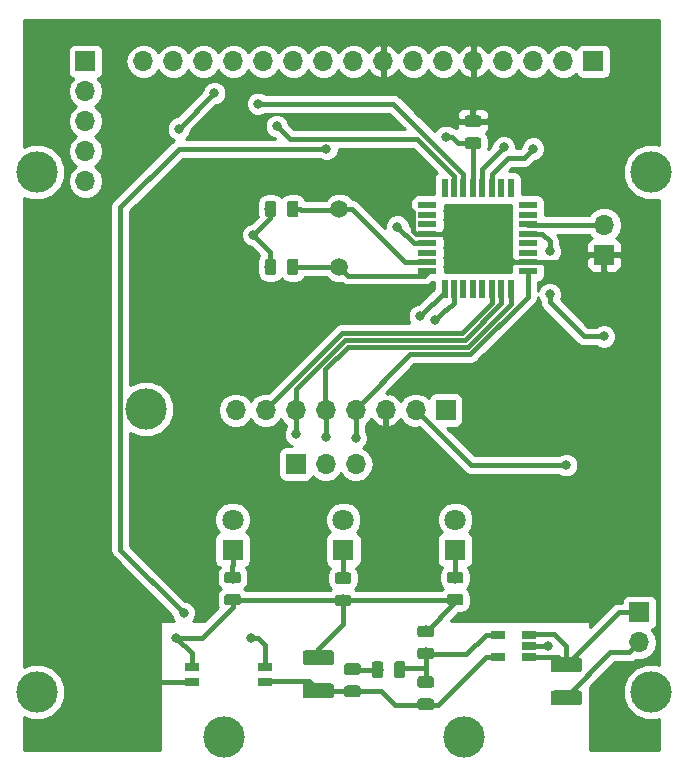
<source format=gbr>
G04 #@! TF.GenerationSoftware,KiCad,Pcbnew,(5.0.2)-1*
G04 #@! TF.CreationDate,2019-02-19T09:56:42+00:00*
G04 #@! TF.ProjectId,AircraftDataLogger,41697263-7261-4667-9444-6174614c6f67,rev?*
G04 #@! TF.SameCoordinates,Original*
G04 #@! TF.FileFunction,Copper,L1,Top*
G04 #@! TF.FilePolarity,Positive*
%FSLAX46Y46*%
G04 Gerber Fmt 4.6, Leading zero omitted, Abs format (unit mm)*
G04 Created by KiCad (PCBNEW (5.0.2)-1) date 19/02/2019 09:56:42*
%MOMM*%
%LPD*%
G01*
G04 APERTURE LIST*
G04 #@! TA.AperFunction,ComponentPad*
%ADD10C,3.500000*%
G04 #@! TD*
G04 #@! TA.AperFunction,Conductor*
%ADD11C,0.100000*%
G04 #@! TD*
G04 #@! TA.AperFunction,SMDPad,CuDef*
%ADD12C,0.975000*%
G04 #@! TD*
G04 #@! TA.AperFunction,ComponentPad*
%ADD13C,1.800000*%
G04 #@! TD*
G04 #@! TA.AperFunction,ComponentPad*
%ADD14R,1.800000X1.800000*%
G04 #@! TD*
G04 #@! TA.AperFunction,ComponentPad*
%ADD15R,1.700000X1.700000*%
G04 #@! TD*
G04 #@! TA.AperFunction,ComponentPad*
%ADD16O,1.700000X1.700000*%
G04 #@! TD*
G04 #@! TA.AperFunction,SMDPad,CuDef*
%ADD17R,1.220000X0.650000*%
G04 #@! TD*
G04 #@! TA.AperFunction,SMDPad,CuDef*
%ADD18R,1.600000X0.550000*%
G04 #@! TD*
G04 #@! TA.AperFunction,SMDPad,CuDef*
%ADD19R,0.550000X1.600000*%
G04 #@! TD*
G04 #@! TA.AperFunction,ComponentPad*
%ADD20C,1.500000*%
G04 #@! TD*
G04 #@! TA.AperFunction,SMDPad,CuDef*
%ADD21C,1.250000*%
G04 #@! TD*
G04 #@! TA.AperFunction,SMDPad,CuDef*
%ADD22R,1.250000X0.760000*%
G04 #@! TD*
G04 #@! TA.AperFunction,ViaPad*
%ADD23C,0.800000*%
G04 #@! TD*
G04 #@! TA.AperFunction,Conductor*
%ADD24C,0.400000*%
G04 #@! TD*
G04 #@! TA.AperFunction,Conductor*
%ADD25C,0.254000*%
G04 #@! TD*
G04 APERTURE END LIST*
D10*
G04 #@! TO.P,TL,1*
G04 #@! TO.N,N/C*
X52200000Y-59000000D03*
G04 #@! TD*
G04 #@! TO.P,uSDR,1*
G04 #@! TO.N,N/C*
X88360000Y-106800000D03*
G04 #@! TD*
G04 #@! TO.P,uSDL,1*
G04 #@! TO.N,N/C*
X68040000Y-106800000D03*
G04 #@! TD*
G04 #@! TO.P,BL,1*
G04 #@! TO.N,N/C*
X104200000Y-103000000D03*
G04 #@! TD*
G04 #@! TO.P,TR,1*
G04 #@! TO.N,N/C*
X104200000Y-59000000D03*
G04 #@! TD*
G04 #@! TO.P,GPS,1*
G04 #@! TO.N,N/C*
X61400000Y-79060000D03*
G04 #@! TD*
D11*
G04 #@! TO.N,Net-(C1-Pad2)*
G04 #@! TO.C,C1*
G36*
X74105142Y-61401174D02*
X74128803Y-61404684D01*
X74152007Y-61410496D01*
X74174529Y-61418554D01*
X74196153Y-61428782D01*
X74216670Y-61441079D01*
X74235883Y-61455329D01*
X74253607Y-61471393D01*
X74269671Y-61489117D01*
X74283921Y-61508330D01*
X74296218Y-61528847D01*
X74306446Y-61550471D01*
X74314504Y-61572993D01*
X74320316Y-61596197D01*
X74323826Y-61619858D01*
X74325000Y-61643750D01*
X74325000Y-62556250D01*
X74323826Y-62580142D01*
X74320316Y-62603803D01*
X74314504Y-62627007D01*
X74306446Y-62649529D01*
X74296218Y-62671153D01*
X74283921Y-62691670D01*
X74269671Y-62710883D01*
X74253607Y-62728607D01*
X74235883Y-62744671D01*
X74216670Y-62758921D01*
X74196153Y-62771218D01*
X74174529Y-62781446D01*
X74152007Y-62789504D01*
X74128803Y-62795316D01*
X74105142Y-62798826D01*
X74081250Y-62800000D01*
X73593750Y-62800000D01*
X73569858Y-62798826D01*
X73546197Y-62795316D01*
X73522993Y-62789504D01*
X73500471Y-62781446D01*
X73478847Y-62771218D01*
X73458330Y-62758921D01*
X73439117Y-62744671D01*
X73421393Y-62728607D01*
X73405329Y-62710883D01*
X73391079Y-62691670D01*
X73378782Y-62671153D01*
X73368554Y-62649529D01*
X73360496Y-62627007D01*
X73354684Y-62603803D01*
X73351174Y-62580142D01*
X73350000Y-62556250D01*
X73350000Y-61643750D01*
X73351174Y-61619858D01*
X73354684Y-61596197D01*
X73360496Y-61572993D01*
X73368554Y-61550471D01*
X73378782Y-61528847D01*
X73391079Y-61508330D01*
X73405329Y-61489117D01*
X73421393Y-61471393D01*
X73439117Y-61455329D01*
X73458330Y-61441079D01*
X73478847Y-61428782D01*
X73500471Y-61418554D01*
X73522993Y-61410496D01*
X73546197Y-61404684D01*
X73569858Y-61401174D01*
X73593750Y-61400000D01*
X74081250Y-61400000D01*
X74105142Y-61401174D01*
X74105142Y-61401174D01*
G37*
D12*
G04 #@! TD*
G04 #@! TO.P,C1,2*
G04 #@! TO.N,Net-(C1-Pad2)*
X73837500Y-62100000D03*
D11*
G04 #@! TO.N,GND*
G04 #@! TO.C,C1*
G36*
X72230142Y-61401174D02*
X72253803Y-61404684D01*
X72277007Y-61410496D01*
X72299529Y-61418554D01*
X72321153Y-61428782D01*
X72341670Y-61441079D01*
X72360883Y-61455329D01*
X72378607Y-61471393D01*
X72394671Y-61489117D01*
X72408921Y-61508330D01*
X72421218Y-61528847D01*
X72431446Y-61550471D01*
X72439504Y-61572993D01*
X72445316Y-61596197D01*
X72448826Y-61619858D01*
X72450000Y-61643750D01*
X72450000Y-62556250D01*
X72448826Y-62580142D01*
X72445316Y-62603803D01*
X72439504Y-62627007D01*
X72431446Y-62649529D01*
X72421218Y-62671153D01*
X72408921Y-62691670D01*
X72394671Y-62710883D01*
X72378607Y-62728607D01*
X72360883Y-62744671D01*
X72341670Y-62758921D01*
X72321153Y-62771218D01*
X72299529Y-62781446D01*
X72277007Y-62789504D01*
X72253803Y-62795316D01*
X72230142Y-62798826D01*
X72206250Y-62800000D01*
X71718750Y-62800000D01*
X71694858Y-62798826D01*
X71671197Y-62795316D01*
X71647993Y-62789504D01*
X71625471Y-62781446D01*
X71603847Y-62771218D01*
X71583330Y-62758921D01*
X71564117Y-62744671D01*
X71546393Y-62728607D01*
X71530329Y-62710883D01*
X71516079Y-62691670D01*
X71503782Y-62671153D01*
X71493554Y-62649529D01*
X71485496Y-62627007D01*
X71479684Y-62603803D01*
X71476174Y-62580142D01*
X71475000Y-62556250D01*
X71475000Y-61643750D01*
X71476174Y-61619858D01*
X71479684Y-61596197D01*
X71485496Y-61572993D01*
X71493554Y-61550471D01*
X71503782Y-61528847D01*
X71516079Y-61508330D01*
X71530329Y-61489117D01*
X71546393Y-61471393D01*
X71564117Y-61455329D01*
X71583330Y-61441079D01*
X71603847Y-61428782D01*
X71625471Y-61418554D01*
X71647993Y-61410496D01*
X71671197Y-61404684D01*
X71694858Y-61401174D01*
X71718750Y-61400000D01*
X72206250Y-61400000D01*
X72230142Y-61401174D01*
X72230142Y-61401174D01*
G37*
D12*
G04 #@! TD*
G04 #@! TO.P,C1,1*
G04 #@! TO.N,GND*
X71962500Y-62100000D03*
D11*
G04 #@! TO.N,GND*
G04 #@! TO.C,C2*
G36*
X72230142Y-66301174D02*
X72253803Y-66304684D01*
X72277007Y-66310496D01*
X72299529Y-66318554D01*
X72321153Y-66328782D01*
X72341670Y-66341079D01*
X72360883Y-66355329D01*
X72378607Y-66371393D01*
X72394671Y-66389117D01*
X72408921Y-66408330D01*
X72421218Y-66428847D01*
X72431446Y-66450471D01*
X72439504Y-66472993D01*
X72445316Y-66496197D01*
X72448826Y-66519858D01*
X72450000Y-66543750D01*
X72450000Y-67456250D01*
X72448826Y-67480142D01*
X72445316Y-67503803D01*
X72439504Y-67527007D01*
X72431446Y-67549529D01*
X72421218Y-67571153D01*
X72408921Y-67591670D01*
X72394671Y-67610883D01*
X72378607Y-67628607D01*
X72360883Y-67644671D01*
X72341670Y-67658921D01*
X72321153Y-67671218D01*
X72299529Y-67681446D01*
X72277007Y-67689504D01*
X72253803Y-67695316D01*
X72230142Y-67698826D01*
X72206250Y-67700000D01*
X71718750Y-67700000D01*
X71694858Y-67698826D01*
X71671197Y-67695316D01*
X71647993Y-67689504D01*
X71625471Y-67681446D01*
X71603847Y-67671218D01*
X71583330Y-67658921D01*
X71564117Y-67644671D01*
X71546393Y-67628607D01*
X71530329Y-67610883D01*
X71516079Y-67591670D01*
X71503782Y-67571153D01*
X71493554Y-67549529D01*
X71485496Y-67527007D01*
X71479684Y-67503803D01*
X71476174Y-67480142D01*
X71475000Y-67456250D01*
X71475000Y-66543750D01*
X71476174Y-66519858D01*
X71479684Y-66496197D01*
X71485496Y-66472993D01*
X71493554Y-66450471D01*
X71503782Y-66428847D01*
X71516079Y-66408330D01*
X71530329Y-66389117D01*
X71546393Y-66371393D01*
X71564117Y-66355329D01*
X71583330Y-66341079D01*
X71603847Y-66328782D01*
X71625471Y-66318554D01*
X71647993Y-66310496D01*
X71671197Y-66304684D01*
X71694858Y-66301174D01*
X71718750Y-66300000D01*
X72206250Y-66300000D01*
X72230142Y-66301174D01*
X72230142Y-66301174D01*
G37*
D12*
G04 #@! TD*
G04 #@! TO.P,C2,1*
G04 #@! TO.N,GND*
X71962500Y-67000000D03*
D11*
G04 #@! TO.N,Net-(C2-Pad2)*
G04 #@! TO.C,C2*
G36*
X74105142Y-66301174D02*
X74128803Y-66304684D01*
X74152007Y-66310496D01*
X74174529Y-66318554D01*
X74196153Y-66328782D01*
X74216670Y-66341079D01*
X74235883Y-66355329D01*
X74253607Y-66371393D01*
X74269671Y-66389117D01*
X74283921Y-66408330D01*
X74296218Y-66428847D01*
X74306446Y-66450471D01*
X74314504Y-66472993D01*
X74320316Y-66496197D01*
X74323826Y-66519858D01*
X74325000Y-66543750D01*
X74325000Y-67456250D01*
X74323826Y-67480142D01*
X74320316Y-67503803D01*
X74314504Y-67527007D01*
X74306446Y-67549529D01*
X74296218Y-67571153D01*
X74283921Y-67591670D01*
X74269671Y-67610883D01*
X74253607Y-67628607D01*
X74235883Y-67644671D01*
X74216670Y-67658921D01*
X74196153Y-67671218D01*
X74174529Y-67681446D01*
X74152007Y-67689504D01*
X74128803Y-67695316D01*
X74105142Y-67698826D01*
X74081250Y-67700000D01*
X73593750Y-67700000D01*
X73569858Y-67698826D01*
X73546197Y-67695316D01*
X73522993Y-67689504D01*
X73500471Y-67681446D01*
X73478847Y-67671218D01*
X73458330Y-67658921D01*
X73439117Y-67644671D01*
X73421393Y-67628607D01*
X73405329Y-67610883D01*
X73391079Y-67591670D01*
X73378782Y-67571153D01*
X73368554Y-67549529D01*
X73360496Y-67527007D01*
X73354684Y-67503803D01*
X73351174Y-67480142D01*
X73350000Y-67456250D01*
X73350000Y-66543750D01*
X73351174Y-66519858D01*
X73354684Y-66496197D01*
X73360496Y-66472993D01*
X73368554Y-66450471D01*
X73378782Y-66428847D01*
X73391079Y-66408330D01*
X73405329Y-66389117D01*
X73421393Y-66371393D01*
X73439117Y-66355329D01*
X73458330Y-66341079D01*
X73478847Y-66328782D01*
X73500471Y-66318554D01*
X73522993Y-66310496D01*
X73546197Y-66304684D01*
X73569858Y-66301174D01*
X73593750Y-66300000D01*
X74081250Y-66300000D01*
X74105142Y-66301174D01*
X74105142Y-66301174D01*
G37*
D12*
G04 #@! TD*
G04 #@! TO.P,C2,2*
G04 #@! TO.N,Net-(C2-Pad2)*
X73837500Y-67000000D03*
D13*
G04 #@! TO.P,D1,2*
G04 #@! TO.N,FIX*
X87600000Y-88410000D03*
D14*
G04 #@! TO.P,D1,1*
G04 #@! TO.N,Net-(D1-Pad1)*
X87600000Y-90950000D03*
G04 #@! TD*
G04 #@! TO.P,D2,1*
G04 #@! TO.N,Net-(D2-Pad1)*
X68750000Y-90950000D03*
D13*
G04 #@! TO.P,D2,2*
G04 #@! TO.N,STABLE*
X68750000Y-88410000D03*
G04 #@! TD*
D14*
G04 #@! TO.P,D3,1*
G04 #@! TO.N,Net-(D3-Pad1)*
X78124000Y-90964600D03*
D13*
G04 #@! TO.P,D3,2*
G04 #@! TO.N,REC*
X78124000Y-88424600D03*
G04 #@! TD*
D15*
G04 #@! TO.P,J1,1*
G04 #@! TO.N,Net-(J1-Pad1)*
X86800000Y-79130000D03*
D16*
G04 #@! TO.P,J1,2*
G04 #@! TO.N,GND*
X84260000Y-79130000D03*
G04 #@! TO.P,J1,3*
G04 #@! TO.N,3V3*
X81720000Y-79130000D03*
G04 #@! TO.P,J1,4*
G04 #@! TO.N,SCK*
X79180000Y-79130000D03*
G04 #@! TO.P,J1,5*
G04 #@! TO.N,MISO*
X76640000Y-79130000D03*
G04 #@! TO.P,J1,6*
G04 #@! TO.N,MOSI*
X74100000Y-79130000D03*
G04 #@! TO.P,J1,7*
G04 #@! TO.N,CS*
X71560000Y-79130000D03*
G04 #@! TO.P,J1,8*
G04 #@! TO.N,Net-(J1-Pad8)*
X69020000Y-79130000D03*
G04 #@! TD*
D11*
G04 #@! TO.N,3V3*
G04 #@! TO.C,R1*
G36*
X89580142Y-54176174D02*
X89603803Y-54179684D01*
X89627007Y-54185496D01*
X89649529Y-54193554D01*
X89671153Y-54203782D01*
X89691670Y-54216079D01*
X89710883Y-54230329D01*
X89728607Y-54246393D01*
X89744671Y-54264117D01*
X89758921Y-54283330D01*
X89771218Y-54303847D01*
X89781446Y-54325471D01*
X89789504Y-54347993D01*
X89795316Y-54371197D01*
X89798826Y-54394858D01*
X89800000Y-54418750D01*
X89800000Y-54906250D01*
X89798826Y-54930142D01*
X89795316Y-54953803D01*
X89789504Y-54977007D01*
X89781446Y-54999529D01*
X89771218Y-55021153D01*
X89758921Y-55041670D01*
X89744671Y-55060883D01*
X89728607Y-55078607D01*
X89710883Y-55094671D01*
X89691670Y-55108921D01*
X89671153Y-55121218D01*
X89649529Y-55131446D01*
X89627007Y-55139504D01*
X89603803Y-55145316D01*
X89580142Y-55148826D01*
X89556250Y-55150000D01*
X88643750Y-55150000D01*
X88619858Y-55148826D01*
X88596197Y-55145316D01*
X88572993Y-55139504D01*
X88550471Y-55131446D01*
X88528847Y-55121218D01*
X88508330Y-55108921D01*
X88489117Y-55094671D01*
X88471393Y-55078607D01*
X88455329Y-55060883D01*
X88441079Y-55041670D01*
X88428782Y-55021153D01*
X88418554Y-54999529D01*
X88410496Y-54977007D01*
X88404684Y-54953803D01*
X88401174Y-54930142D01*
X88400000Y-54906250D01*
X88400000Y-54418750D01*
X88401174Y-54394858D01*
X88404684Y-54371197D01*
X88410496Y-54347993D01*
X88418554Y-54325471D01*
X88428782Y-54303847D01*
X88441079Y-54283330D01*
X88455329Y-54264117D01*
X88471393Y-54246393D01*
X88489117Y-54230329D01*
X88508330Y-54216079D01*
X88528847Y-54203782D01*
X88550471Y-54193554D01*
X88572993Y-54185496D01*
X88596197Y-54179684D01*
X88619858Y-54176174D01*
X88643750Y-54175000D01*
X89556250Y-54175000D01*
X89580142Y-54176174D01*
X89580142Y-54176174D01*
G37*
D12*
G04 #@! TD*
G04 #@! TO.P,R1,1*
G04 #@! TO.N,3V3*
X89100000Y-54662500D03*
D11*
G04 #@! TO.N,RESET*
G04 #@! TO.C,R1*
G36*
X89580142Y-56051174D02*
X89603803Y-56054684D01*
X89627007Y-56060496D01*
X89649529Y-56068554D01*
X89671153Y-56078782D01*
X89691670Y-56091079D01*
X89710883Y-56105329D01*
X89728607Y-56121393D01*
X89744671Y-56139117D01*
X89758921Y-56158330D01*
X89771218Y-56178847D01*
X89781446Y-56200471D01*
X89789504Y-56222993D01*
X89795316Y-56246197D01*
X89798826Y-56269858D01*
X89800000Y-56293750D01*
X89800000Y-56781250D01*
X89798826Y-56805142D01*
X89795316Y-56828803D01*
X89789504Y-56852007D01*
X89781446Y-56874529D01*
X89771218Y-56896153D01*
X89758921Y-56916670D01*
X89744671Y-56935883D01*
X89728607Y-56953607D01*
X89710883Y-56969671D01*
X89691670Y-56983921D01*
X89671153Y-56996218D01*
X89649529Y-57006446D01*
X89627007Y-57014504D01*
X89603803Y-57020316D01*
X89580142Y-57023826D01*
X89556250Y-57025000D01*
X88643750Y-57025000D01*
X88619858Y-57023826D01*
X88596197Y-57020316D01*
X88572993Y-57014504D01*
X88550471Y-57006446D01*
X88528847Y-56996218D01*
X88508330Y-56983921D01*
X88489117Y-56969671D01*
X88471393Y-56953607D01*
X88455329Y-56935883D01*
X88441079Y-56916670D01*
X88428782Y-56896153D01*
X88418554Y-56874529D01*
X88410496Y-56852007D01*
X88404684Y-56828803D01*
X88401174Y-56805142D01*
X88400000Y-56781250D01*
X88400000Y-56293750D01*
X88401174Y-56269858D01*
X88404684Y-56246197D01*
X88410496Y-56222993D01*
X88418554Y-56200471D01*
X88428782Y-56178847D01*
X88441079Y-56158330D01*
X88455329Y-56139117D01*
X88471393Y-56121393D01*
X88489117Y-56105329D01*
X88508330Y-56091079D01*
X88528847Y-56078782D01*
X88550471Y-56068554D01*
X88572993Y-56060496D01*
X88596197Y-56054684D01*
X88619858Y-56051174D01*
X88643750Y-56050000D01*
X89556250Y-56050000D01*
X89580142Y-56051174D01*
X89580142Y-56051174D01*
G37*
D12*
G04 #@! TD*
G04 #@! TO.P,R1,2*
G04 #@! TO.N,RESET*
X89100000Y-56537500D03*
D11*
G04 #@! TO.N,GND*
G04 #@! TO.C,R2*
G36*
X88080142Y-94701174D02*
X88103803Y-94704684D01*
X88127007Y-94710496D01*
X88149529Y-94718554D01*
X88171153Y-94728782D01*
X88191670Y-94741079D01*
X88210883Y-94755329D01*
X88228607Y-94771393D01*
X88244671Y-94789117D01*
X88258921Y-94808330D01*
X88271218Y-94828847D01*
X88281446Y-94850471D01*
X88289504Y-94872993D01*
X88295316Y-94896197D01*
X88298826Y-94919858D01*
X88300000Y-94943750D01*
X88300000Y-95431250D01*
X88298826Y-95455142D01*
X88295316Y-95478803D01*
X88289504Y-95502007D01*
X88281446Y-95524529D01*
X88271218Y-95546153D01*
X88258921Y-95566670D01*
X88244671Y-95585883D01*
X88228607Y-95603607D01*
X88210883Y-95619671D01*
X88191670Y-95633921D01*
X88171153Y-95646218D01*
X88149529Y-95656446D01*
X88127007Y-95664504D01*
X88103803Y-95670316D01*
X88080142Y-95673826D01*
X88056250Y-95675000D01*
X87143750Y-95675000D01*
X87119858Y-95673826D01*
X87096197Y-95670316D01*
X87072993Y-95664504D01*
X87050471Y-95656446D01*
X87028847Y-95646218D01*
X87008330Y-95633921D01*
X86989117Y-95619671D01*
X86971393Y-95603607D01*
X86955329Y-95585883D01*
X86941079Y-95566670D01*
X86928782Y-95546153D01*
X86918554Y-95524529D01*
X86910496Y-95502007D01*
X86904684Y-95478803D01*
X86901174Y-95455142D01*
X86900000Y-95431250D01*
X86900000Y-94943750D01*
X86901174Y-94919858D01*
X86904684Y-94896197D01*
X86910496Y-94872993D01*
X86918554Y-94850471D01*
X86928782Y-94828847D01*
X86941079Y-94808330D01*
X86955329Y-94789117D01*
X86971393Y-94771393D01*
X86989117Y-94755329D01*
X87008330Y-94741079D01*
X87028847Y-94728782D01*
X87050471Y-94718554D01*
X87072993Y-94710496D01*
X87096197Y-94704684D01*
X87119858Y-94701174D01*
X87143750Y-94700000D01*
X88056250Y-94700000D01*
X88080142Y-94701174D01*
X88080142Y-94701174D01*
G37*
D12*
G04 #@! TD*
G04 #@! TO.P,R2,1*
G04 #@! TO.N,GND*
X87600000Y-95187500D03*
D11*
G04 #@! TO.N,Net-(D1-Pad1)*
G04 #@! TO.C,R2*
G36*
X88080142Y-92826174D02*
X88103803Y-92829684D01*
X88127007Y-92835496D01*
X88149529Y-92843554D01*
X88171153Y-92853782D01*
X88191670Y-92866079D01*
X88210883Y-92880329D01*
X88228607Y-92896393D01*
X88244671Y-92914117D01*
X88258921Y-92933330D01*
X88271218Y-92953847D01*
X88281446Y-92975471D01*
X88289504Y-92997993D01*
X88295316Y-93021197D01*
X88298826Y-93044858D01*
X88300000Y-93068750D01*
X88300000Y-93556250D01*
X88298826Y-93580142D01*
X88295316Y-93603803D01*
X88289504Y-93627007D01*
X88281446Y-93649529D01*
X88271218Y-93671153D01*
X88258921Y-93691670D01*
X88244671Y-93710883D01*
X88228607Y-93728607D01*
X88210883Y-93744671D01*
X88191670Y-93758921D01*
X88171153Y-93771218D01*
X88149529Y-93781446D01*
X88127007Y-93789504D01*
X88103803Y-93795316D01*
X88080142Y-93798826D01*
X88056250Y-93800000D01*
X87143750Y-93800000D01*
X87119858Y-93798826D01*
X87096197Y-93795316D01*
X87072993Y-93789504D01*
X87050471Y-93781446D01*
X87028847Y-93771218D01*
X87008330Y-93758921D01*
X86989117Y-93744671D01*
X86971393Y-93728607D01*
X86955329Y-93710883D01*
X86941079Y-93691670D01*
X86928782Y-93671153D01*
X86918554Y-93649529D01*
X86910496Y-93627007D01*
X86904684Y-93603803D01*
X86901174Y-93580142D01*
X86900000Y-93556250D01*
X86900000Y-93068750D01*
X86901174Y-93044858D01*
X86904684Y-93021197D01*
X86910496Y-92997993D01*
X86918554Y-92975471D01*
X86928782Y-92953847D01*
X86941079Y-92933330D01*
X86955329Y-92914117D01*
X86971393Y-92896393D01*
X86989117Y-92880329D01*
X87008330Y-92866079D01*
X87028847Y-92853782D01*
X87050471Y-92843554D01*
X87072993Y-92835496D01*
X87096197Y-92829684D01*
X87119858Y-92826174D01*
X87143750Y-92825000D01*
X88056250Y-92825000D01*
X88080142Y-92826174D01*
X88080142Y-92826174D01*
G37*
D12*
G04 #@! TD*
G04 #@! TO.P,R2,2*
G04 #@! TO.N,Net-(D1-Pad1)*
X87600000Y-93312500D03*
D11*
G04 #@! TO.N,Net-(D2-Pad1)*
G04 #@! TO.C,R3*
G36*
X69230142Y-92826174D02*
X69253803Y-92829684D01*
X69277007Y-92835496D01*
X69299529Y-92843554D01*
X69321153Y-92853782D01*
X69341670Y-92866079D01*
X69360883Y-92880329D01*
X69378607Y-92896393D01*
X69394671Y-92914117D01*
X69408921Y-92933330D01*
X69421218Y-92953847D01*
X69431446Y-92975471D01*
X69439504Y-92997993D01*
X69445316Y-93021197D01*
X69448826Y-93044858D01*
X69450000Y-93068750D01*
X69450000Y-93556250D01*
X69448826Y-93580142D01*
X69445316Y-93603803D01*
X69439504Y-93627007D01*
X69431446Y-93649529D01*
X69421218Y-93671153D01*
X69408921Y-93691670D01*
X69394671Y-93710883D01*
X69378607Y-93728607D01*
X69360883Y-93744671D01*
X69341670Y-93758921D01*
X69321153Y-93771218D01*
X69299529Y-93781446D01*
X69277007Y-93789504D01*
X69253803Y-93795316D01*
X69230142Y-93798826D01*
X69206250Y-93800000D01*
X68293750Y-93800000D01*
X68269858Y-93798826D01*
X68246197Y-93795316D01*
X68222993Y-93789504D01*
X68200471Y-93781446D01*
X68178847Y-93771218D01*
X68158330Y-93758921D01*
X68139117Y-93744671D01*
X68121393Y-93728607D01*
X68105329Y-93710883D01*
X68091079Y-93691670D01*
X68078782Y-93671153D01*
X68068554Y-93649529D01*
X68060496Y-93627007D01*
X68054684Y-93603803D01*
X68051174Y-93580142D01*
X68050000Y-93556250D01*
X68050000Y-93068750D01*
X68051174Y-93044858D01*
X68054684Y-93021197D01*
X68060496Y-92997993D01*
X68068554Y-92975471D01*
X68078782Y-92953847D01*
X68091079Y-92933330D01*
X68105329Y-92914117D01*
X68121393Y-92896393D01*
X68139117Y-92880329D01*
X68158330Y-92866079D01*
X68178847Y-92853782D01*
X68200471Y-92843554D01*
X68222993Y-92835496D01*
X68246197Y-92829684D01*
X68269858Y-92826174D01*
X68293750Y-92825000D01*
X69206250Y-92825000D01*
X69230142Y-92826174D01*
X69230142Y-92826174D01*
G37*
D12*
G04 #@! TD*
G04 #@! TO.P,R3,2*
G04 #@! TO.N,Net-(D2-Pad1)*
X68750000Y-93312500D03*
D11*
G04 #@! TO.N,GND*
G04 #@! TO.C,R3*
G36*
X69230142Y-94701174D02*
X69253803Y-94704684D01*
X69277007Y-94710496D01*
X69299529Y-94718554D01*
X69321153Y-94728782D01*
X69341670Y-94741079D01*
X69360883Y-94755329D01*
X69378607Y-94771393D01*
X69394671Y-94789117D01*
X69408921Y-94808330D01*
X69421218Y-94828847D01*
X69431446Y-94850471D01*
X69439504Y-94872993D01*
X69445316Y-94896197D01*
X69448826Y-94919858D01*
X69450000Y-94943750D01*
X69450000Y-95431250D01*
X69448826Y-95455142D01*
X69445316Y-95478803D01*
X69439504Y-95502007D01*
X69431446Y-95524529D01*
X69421218Y-95546153D01*
X69408921Y-95566670D01*
X69394671Y-95585883D01*
X69378607Y-95603607D01*
X69360883Y-95619671D01*
X69341670Y-95633921D01*
X69321153Y-95646218D01*
X69299529Y-95656446D01*
X69277007Y-95664504D01*
X69253803Y-95670316D01*
X69230142Y-95673826D01*
X69206250Y-95675000D01*
X68293750Y-95675000D01*
X68269858Y-95673826D01*
X68246197Y-95670316D01*
X68222993Y-95664504D01*
X68200471Y-95656446D01*
X68178847Y-95646218D01*
X68158330Y-95633921D01*
X68139117Y-95619671D01*
X68121393Y-95603607D01*
X68105329Y-95585883D01*
X68091079Y-95566670D01*
X68078782Y-95546153D01*
X68068554Y-95524529D01*
X68060496Y-95502007D01*
X68054684Y-95478803D01*
X68051174Y-95455142D01*
X68050000Y-95431250D01*
X68050000Y-94943750D01*
X68051174Y-94919858D01*
X68054684Y-94896197D01*
X68060496Y-94872993D01*
X68068554Y-94850471D01*
X68078782Y-94828847D01*
X68091079Y-94808330D01*
X68105329Y-94789117D01*
X68121393Y-94771393D01*
X68139117Y-94755329D01*
X68158330Y-94741079D01*
X68178847Y-94728782D01*
X68200471Y-94718554D01*
X68222993Y-94710496D01*
X68246197Y-94704684D01*
X68269858Y-94701174D01*
X68293750Y-94700000D01*
X69206250Y-94700000D01*
X69230142Y-94701174D01*
X69230142Y-94701174D01*
G37*
D12*
G04 #@! TD*
G04 #@! TO.P,R3,1*
G04 #@! TO.N,GND*
X68750000Y-95187500D03*
D11*
G04 #@! TO.N,GND*
G04 #@! TO.C,R4*
G36*
X78580142Y-94751174D02*
X78603803Y-94754684D01*
X78627007Y-94760496D01*
X78649529Y-94768554D01*
X78671153Y-94778782D01*
X78691670Y-94791079D01*
X78710883Y-94805329D01*
X78728607Y-94821393D01*
X78744671Y-94839117D01*
X78758921Y-94858330D01*
X78771218Y-94878847D01*
X78781446Y-94900471D01*
X78789504Y-94922993D01*
X78795316Y-94946197D01*
X78798826Y-94969858D01*
X78800000Y-94993750D01*
X78800000Y-95481250D01*
X78798826Y-95505142D01*
X78795316Y-95528803D01*
X78789504Y-95552007D01*
X78781446Y-95574529D01*
X78771218Y-95596153D01*
X78758921Y-95616670D01*
X78744671Y-95635883D01*
X78728607Y-95653607D01*
X78710883Y-95669671D01*
X78691670Y-95683921D01*
X78671153Y-95696218D01*
X78649529Y-95706446D01*
X78627007Y-95714504D01*
X78603803Y-95720316D01*
X78580142Y-95723826D01*
X78556250Y-95725000D01*
X77643750Y-95725000D01*
X77619858Y-95723826D01*
X77596197Y-95720316D01*
X77572993Y-95714504D01*
X77550471Y-95706446D01*
X77528847Y-95696218D01*
X77508330Y-95683921D01*
X77489117Y-95669671D01*
X77471393Y-95653607D01*
X77455329Y-95635883D01*
X77441079Y-95616670D01*
X77428782Y-95596153D01*
X77418554Y-95574529D01*
X77410496Y-95552007D01*
X77404684Y-95528803D01*
X77401174Y-95505142D01*
X77400000Y-95481250D01*
X77400000Y-94993750D01*
X77401174Y-94969858D01*
X77404684Y-94946197D01*
X77410496Y-94922993D01*
X77418554Y-94900471D01*
X77428782Y-94878847D01*
X77441079Y-94858330D01*
X77455329Y-94839117D01*
X77471393Y-94821393D01*
X77489117Y-94805329D01*
X77508330Y-94791079D01*
X77528847Y-94778782D01*
X77550471Y-94768554D01*
X77572993Y-94760496D01*
X77596197Y-94754684D01*
X77619858Y-94751174D01*
X77643750Y-94750000D01*
X78556250Y-94750000D01*
X78580142Y-94751174D01*
X78580142Y-94751174D01*
G37*
D12*
G04 #@! TD*
G04 #@! TO.P,R4,1*
G04 #@! TO.N,GND*
X78100000Y-95237500D03*
D11*
G04 #@! TO.N,Net-(D3-Pad1)*
G04 #@! TO.C,R4*
G36*
X78580142Y-92876174D02*
X78603803Y-92879684D01*
X78627007Y-92885496D01*
X78649529Y-92893554D01*
X78671153Y-92903782D01*
X78691670Y-92916079D01*
X78710883Y-92930329D01*
X78728607Y-92946393D01*
X78744671Y-92964117D01*
X78758921Y-92983330D01*
X78771218Y-93003847D01*
X78781446Y-93025471D01*
X78789504Y-93047993D01*
X78795316Y-93071197D01*
X78798826Y-93094858D01*
X78800000Y-93118750D01*
X78800000Y-93606250D01*
X78798826Y-93630142D01*
X78795316Y-93653803D01*
X78789504Y-93677007D01*
X78781446Y-93699529D01*
X78771218Y-93721153D01*
X78758921Y-93741670D01*
X78744671Y-93760883D01*
X78728607Y-93778607D01*
X78710883Y-93794671D01*
X78691670Y-93808921D01*
X78671153Y-93821218D01*
X78649529Y-93831446D01*
X78627007Y-93839504D01*
X78603803Y-93845316D01*
X78580142Y-93848826D01*
X78556250Y-93850000D01*
X77643750Y-93850000D01*
X77619858Y-93848826D01*
X77596197Y-93845316D01*
X77572993Y-93839504D01*
X77550471Y-93831446D01*
X77528847Y-93821218D01*
X77508330Y-93808921D01*
X77489117Y-93794671D01*
X77471393Y-93778607D01*
X77455329Y-93760883D01*
X77441079Y-93741670D01*
X77428782Y-93721153D01*
X77418554Y-93699529D01*
X77410496Y-93677007D01*
X77404684Y-93653803D01*
X77401174Y-93630142D01*
X77400000Y-93606250D01*
X77400000Y-93118750D01*
X77401174Y-93094858D01*
X77404684Y-93071197D01*
X77410496Y-93047993D01*
X77418554Y-93025471D01*
X77428782Y-93003847D01*
X77441079Y-92983330D01*
X77455329Y-92964117D01*
X77471393Y-92946393D01*
X77489117Y-92930329D01*
X77508330Y-92916079D01*
X77528847Y-92903782D01*
X77550471Y-92893554D01*
X77572993Y-92885496D01*
X77596197Y-92879684D01*
X77619858Y-92876174D01*
X77643750Y-92875000D01*
X78556250Y-92875000D01*
X78580142Y-92876174D01*
X78580142Y-92876174D01*
G37*
D12*
G04 #@! TD*
G04 #@! TO.P,R4,2*
G04 #@! TO.N,Net-(D3-Pad1)*
X78100000Y-93362500D03*
D17*
G04 #@! TO.P,U1,1*
G04 #@! TO.N,+9V*
X93814000Y-100050000D03*
G04 #@! TO.P,U1,2*
G04 #@! TO.N,GND*
X93814000Y-99100000D03*
G04 #@! TO.P,U1,3*
G04 #@! TO.N,+9V*
X93814000Y-98150000D03*
G04 #@! TO.P,U1,4*
G04 #@! TO.N,Net-(R5-Pad2)*
X91194000Y-98150000D03*
G04 #@! TO.P,U1,5*
G04 #@! TO.N,REG_OUT*
X91194000Y-100050000D03*
G04 #@! TD*
D18*
G04 #@! TO.P,U4,1*
G04 #@! TO.N,Net-(U4-Pad1)*
X85250000Y-61800000D03*
G04 #@! TO.P,U4,2*
G04 #@! TO.N,Net-(U4-Pad2)*
X85250000Y-62600000D03*
G04 #@! TO.P,U4,3*
G04 #@! TO.N,Net-(U4-Pad3)*
X85250000Y-63400000D03*
G04 #@! TO.P,U4,4*
G04 #@! TO.N,3V3*
X85250000Y-64200000D03*
G04 #@! TO.P,U4,5*
G04 #@! TO.N,GND*
X85250000Y-65000000D03*
G04 #@! TO.P,U4,6*
G04 #@! TO.N,Net-(U4-Pad6)*
X85250000Y-65800000D03*
G04 #@! TO.P,U4,7*
G04 #@! TO.N,Net-(C1-Pad2)*
X85250000Y-66600000D03*
G04 #@! TO.P,U4,8*
G04 #@! TO.N,Net-(C2-Pad2)*
X85250000Y-67400000D03*
D19*
G04 #@! TO.P,U4,9*
G04 #@! TO.N,STABLE*
X86700000Y-68850000D03*
G04 #@! TO.P,U4,10*
G04 #@! TO.N,REC*
X87500000Y-68850000D03*
G04 #@! TO.P,U4,11*
G04 #@! TO.N,Net-(U4-Pad11)*
X88300000Y-68850000D03*
G04 #@! TO.P,U4,12*
G04 #@! TO.N,Net-(U4-Pad12)*
X89100000Y-68850000D03*
G04 #@! TO.P,U4,13*
G04 #@! TO.N,Net-(U4-Pad13)*
X89900000Y-68850000D03*
G04 #@! TO.P,U4,14*
G04 #@! TO.N,CS*
X90700000Y-68850000D03*
G04 #@! TO.P,U4,15*
G04 #@! TO.N,MOSI*
X91500000Y-68850000D03*
G04 #@! TO.P,U4,16*
G04 #@! TO.N,MISO*
X92300000Y-68850000D03*
D18*
G04 #@! TO.P,U4,17*
G04 #@! TO.N,SCK*
X93750000Y-67400000D03*
G04 #@! TO.P,U4,18*
G04 #@! TO.N,3V3*
X93750000Y-66600000D03*
G04 #@! TO.P,U4,19*
G04 #@! TO.N,Net-(U4-Pad19)*
X93750000Y-65800000D03*
G04 #@! TO.P,U4,20*
G04 #@! TO.N,Net-(U4-Pad20)*
X93750000Y-65000000D03*
G04 #@! TO.P,U4,21*
G04 #@! TO.N,GND*
X93750000Y-64200000D03*
G04 #@! TO.P,U4,22*
G04 #@! TO.N,Net-(J4-Pad2)*
X93750000Y-63400000D03*
G04 #@! TO.P,U4,23*
G04 #@! TO.N,Net-(U4-Pad23)*
X93750000Y-62600000D03*
G04 #@! TO.P,U4,24*
G04 #@! TO.N,Net-(U4-Pad24)*
X93750000Y-61800000D03*
D19*
G04 #@! TO.P,U4,25*
G04 #@! TO.N,Net-(U4-Pad25)*
X92300000Y-60350000D03*
G04 #@! TO.P,U4,26*
G04 #@! TO.N,Net-(U4-Pad26)*
X91500000Y-60350000D03*
G04 #@! TO.P,U4,27*
G04 #@! TO.N,SDA*
X90700000Y-60350000D03*
G04 #@! TO.P,U4,28*
G04 #@! TO.N,SCL*
X89900000Y-60350000D03*
G04 #@! TO.P,U4,29*
G04 #@! TO.N,RESET*
X89100000Y-60350000D03*
G04 #@! TO.P,U4,30*
G04 #@! TO.N,RXD*
X88300000Y-60350000D03*
G04 #@! TO.P,U4,31*
G04 #@! TO.N,TXD*
X87500000Y-60350000D03*
G04 #@! TO.P,U4,32*
G04 #@! TO.N,Net-(U4-Pad32)*
X86700000Y-60350000D03*
G04 #@! TD*
D20*
G04 #@! TO.P,Y1,1*
G04 #@! TO.N,Net-(C2-Pad2)*
X77800000Y-67000000D03*
G04 #@! TO.P,Y1,2*
G04 #@! TO.N,Net-(C1-Pad2)*
X77800000Y-62120000D03*
G04 #@! TD*
D10*
G04 #@! TO.P,BL,1*
G04 #@! TO.N,N/C*
X52200000Y-103000000D03*
G04 #@! TD*
D15*
G04 #@! TO.P,J2,1*
G04 #@! TO.N,Net-(J2-Pad1)*
X99300000Y-49600000D03*
D16*
G04 #@! TO.P,J2,2*
G04 #@! TO.N,Net-(J2-Pad2)*
X96760000Y-49600000D03*
G04 #@! TO.P,J2,3*
G04 #@! TO.N,SDA*
X94220000Y-49600000D03*
G04 #@! TO.P,J2,4*
G04 #@! TO.N,SCL*
X91680000Y-49600000D03*
G04 #@! TO.P,J2,5*
G04 #@! TO.N,3V3*
X89140000Y-49600000D03*
G04 #@! TO.P,J2,6*
G04 #@! TO.N,GND*
X86600000Y-49600000D03*
G04 #@! TO.P,J2,7*
G04 #@! TO.N,Net-(J2-Pad7)*
X84060000Y-49600000D03*
G04 #@! TO.P,J2,8*
G04 #@! TO.N,3V3*
X81520000Y-49600000D03*
G04 #@! TO.P,J2,9*
G04 #@! TO.N,ENABLE*
X78980000Y-49600000D03*
G04 #@! TO.P,J2,10*
G04 #@! TO.N,Net-(J2-Pad10)*
X76440000Y-49600000D03*
G04 #@! TO.P,J2,11*
G04 #@! TO.N,FIX*
X73900000Y-49600000D03*
G04 #@! TO.P,J2,12*
G04 #@! TO.N,TXD*
X71360000Y-49600000D03*
G04 #@! TO.P,J2,13*
G04 #@! TO.N,RXD*
X68820000Y-49600000D03*
G04 #@! TO.P,J2,14*
G04 #@! TO.N,GND*
X66280000Y-49600000D03*
G04 #@! TO.P,J2,15*
G04 #@! TO.N,Net-(J2-Pad15)*
X63740000Y-49600000D03*
G04 #@! TO.P,J2,16*
G04 #@! TO.N,Net-(J2-Pad16)*
X61200000Y-49600000D03*
G04 #@! TD*
G04 #@! TO.P,J4,2*
G04 #@! TO.N,Net-(J4-Pad2)*
X100200000Y-63460000D03*
D15*
G04 #@! TO.P,J4,1*
G04 #@! TO.N,3V3*
X100200000Y-66000000D03*
G04 #@! TD*
D11*
G04 #@! TO.N,Net-(R5-Pad2)*
G04 #@! TO.C,R5*
G36*
X85580142Y-101676174D02*
X85603803Y-101679684D01*
X85627007Y-101685496D01*
X85649529Y-101693554D01*
X85671153Y-101703782D01*
X85691670Y-101716079D01*
X85710883Y-101730329D01*
X85728607Y-101746393D01*
X85744671Y-101764117D01*
X85758921Y-101783330D01*
X85771218Y-101803847D01*
X85781446Y-101825471D01*
X85789504Y-101847993D01*
X85795316Y-101871197D01*
X85798826Y-101894858D01*
X85800000Y-101918750D01*
X85800000Y-102406250D01*
X85798826Y-102430142D01*
X85795316Y-102453803D01*
X85789504Y-102477007D01*
X85781446Y-102499529D01*
X85771218Y-102521153D01*
X85758921Y-102541670D01*
X85744671Y-102560883D01*
X85728607Y-102578607D01*
X85710883Y-102594671D01*
X85691670Y-102608921D01*
X85671153Y-102621218D01*
X85649529Y-102631446D01*
X85627007Y-102639504D01*
X85603803Y-102645316D01*
X85580142Y-102648826D01*
X85556250Y-102650000D01*
X84643750Y-102650000D01*
X84619858Y-102648826D01*
X84596197Y-102645316D01*
X84572993Y-102639504D01*
X84550471Y-102631446D01*
X84528847Y-102621218D01*
X84508330Y-102608921D01*
X84489117Y-102594671D01*
X84471393Y-102578607D01*
X84455329Y-102560883D01*
X84441079Y-102541670D01*
X84428782Y-102521153D01*
X84418554Y-102499529D01*
X84410496Y-102477007D01*
X84404684Y-102453803D01*
X84401174Y-102430142D01*
X84400000Y-102406250D01*
X84400000Y-101918750D01*
X84401174Y-101894858D01*
X84404684Y-101871197D01*
X84410496Y-101847993D01*
X84418554Y-101825471D01*
X84428782Y-101803847D01*
X84441079Y-101783330D01*
X84455329Y-101764117D01*
X84471393Y-101746393D01*
X84489117Y-101730329D01*
X84508330Y-101716079D01*
X84528847Y-101703782D01*
X84550471Y-101693554D01*
X84572993Y-101685496D01*
X84596197Y-101679684D01*
X84619858Y-101676174D01*
X84643750Y-101675000D01*
X85556250Y-101675000D01*
X85580142Y-101676174D01*
X85580142Y-101676174D01*
G37*
D12*
G04 #@! TD*
G04 #@! TO.P,R5,2*
G04 #@! TO.N,Net-(R5-Pad2)*
X85100000Y-102162500D03*
D11*
G04 #@! TO.N,REG_OUT*
G04 #@! TO.C,R5*
G36*
X85580142Y-103551174D02*
X85603803Y-103554684D01*
X85627007Y-103560496D01*
X85649529Y-103568554D01*
X85671153Y-103578782D01*
X85691670Y-103591079D01*
X85710883Y-103605329D01*
X85728607Y-103621393D01*
X85744671Y-103639117D01*
X85758921Y-103658330D01*
X85771218Y-103678847D01*
X85781446Y-103700471D01*
X85789504Y-103722993D01*
X85795316Y-103746197D01*
X85798826Y-103769858D01*
X85800000Y-103793750D01*
X85800000Y-104281250D01*
X85798826Y-104305142D01*
X85795316Y-104328803D01*
X85789504Y-104352007D01*
X85781446Y-104374529D01*
X85771218Y-104396153D01*
X85758921Y-104416670D01*
X85744671Y-104435883D01*
X85728607Y-104453607D01*
X85710883Y-104469671D01*
X85691670Y-104483921D01*
X85671153Y-104496218D01*
X85649529Y-104506446D01*
X85627007Y-104514504D01*
X85603803Y-104520316D01*
X85580142Y-104523826D01*
X85556250Y-104525000D01*
X84643750Y-104525000D01*
X84619858Y-104523826D01*
X84596197Y-104520316D01*
X84572993Y-104514504D01*
X84550471Y-104506446D01*
X84528847Y-104496218D01*
X84508330Y-104483921D01*
X84489117Y-104469671D01*
X84471393Y-104453607D01*
X84455329Y-104435883D01*
X84441079Y-104416670D01*
X84428782Y-104396153D01*
X84418554Y-104374529D01*
X84410496Y-104352007D01*
X84404684Y-104328803D01*
X84401174Y-104305142D01*
X84400000Y-104281250D01*
X84400000Y-103793750D01*
X84401174Y-103769858D01*
X84404684Y-103746197D01*
X84410496Y-103722993D01*
X84418554Y-103700471D01*
X84428782Y-103678847D01*
X84441079Y-103658330D01*
X84455329Y-103639117D01*
X84471393Y-103621393D01*
X84489117Y-103605329D01*
X84508330Y-103591079D01*
X84528847Y-103578782D01*
X84550471Y-103568554D01*
X84572993Y-103560496D01*
X84596197Y-103554684D01*
X84619858Y-103551174D01*
X84643750Y-103550000D01*
X85556250Y-103550000D01*
X85580142Y-103551174D01*
X85580142Y-103551174D01*
G37*
D12*
G04 #@! TD*
G04 #@! TO.P,R5,1*
G04 #@! TO.N,REG_OUT*
X85100000Y-104037500D03*
D11*
G04 #@! TO.N,Net-(R5-Pad2)*
G04 #@! TO.C,R6*
G36*
X85580142Y-99251174D02*
X85603803Y-99254684D01*
X85627007Y-99260496D01*
X85649529Y-99268554D01*
X85671153Y-99278782D01*
X85691670Y-99291079D01*
X85710883Y-99305329D01*
X85728607Y-99321393D01*
X85744671Y-99339117D01*
X85758921Y-99358330D01*
X85771218Y-99378847D01*
X85781446Y-99400471D01*
X85789504Y-99422993D01*
X85795316Y-99446197D01*
X85798826Y-99469858D01*
X85800000Y-99493750D01*
X85800000Y-99981250D01*
X85798826Y-100005142D01*
X85795316Y-100028803D01*
X85789504Y-100052007D01*
X85781446Y-100074529D01*
X85771218Y-100096153D01*
X85758921Y-100116670D01*
X85744671Y-100135883D01*
X85728607Y-100153607D01*
X85710883Y-100169671D01*
X85691670Y-100183921D01*
X85671153Y-100196218D01*
X85649529Y-100206446D01*
X85627007Y-100214504D01*
X85603803Y-100220316D01*
X85580142Y-100223826D01*
X85556250Y-100225000D01*
X84643750Y-100225000D01*
X84619858Y-100223826D01*
X84596197Y-100220316D01*
X84572993Y-100214504D01*
X84550471Y-100206446D01*
X84528847Y-100196218D01*
X84508330Y-100183921D01*
X84489117Y-100169671D01*
X84471393Y-100153607D01*
X84455329Y-100135883D01*
X84441079Y-100116670D01*
X84428782Y-100096153D01*
X84418554Y-100074529D01*
X84410496Y-100052007D01*
X84404684Y-100028803D01*
X84401174Y-100005142D01*
X84400000Y-99981250D01*
X84400000Y-99493750D01*
X84401174Y-99469858D01*
X84404684Y-99446197D01*
X84410496Y-99422993D01*
X84418554Y-99400471D01*
X84428782Y-99378847D01*
X84441079Y-99358330D01*
X84455329Y-99339117D01*
X84471393Y-99321393D01*
X84489117Y-99305329D01*
X84508330Y-99291079D01*
X84528847Y-99278782D01*
X84550471Y-99268554D01*
X84572993Y-99260496D01*
X84596197Y-99254684D01*
X84619858Y-99251174D01*
X84643750Y-99250000D01*
X85556250Y-99250000D01*
X85580142Y-99251174D01*
X85580142Y-99251174D01*
G37*
D12*
G04 #@! TD*
G04 #@! TO.P,R6,1*
G04 #@! TO.N,Net-(R5-Pad2)*
X85100000Y-99737500D03*
D11*
G04 #@! TO.N,GND*
G04 #@! TO.C,R6*
G36*
X85580142Y-97376174D02*
X85603803Y-97379684D01*
X85627007Y-97385496D01*
X85649529Y-97393554D01*
X85671153Y-97403782D01*
X85691670Y-97416079D01*
X85710883Y-97430329D01*
X85728607Y-97446393D01*
X85744671Y-97464117D01*
X85758921Y-97483330D01*
X85771218Y-97503847D01*
X85781446Y-97525471D01*
X85789504Y-97547993D01*
X85795316Y-97571197D01*
X85798826Y-97594858D01*
X85800000Y-97618750D01*
X85800000Y-98106250D01*
X85798826Y-98130142D01*
X85795316Y-98153803D01*
X85789504Y-98177007D01*
X85781446Y-98199529D01*
X85771218Y-98221153D01*
X85758921Y-98241670D01*
X85744671Y-98260883D01*
X85728607Y-98278607D01*
X85710883Y-98294671D01*
X85691670Y-98308921D01*
X85671153Y-98321218D01*
X85649529Y-98331446D01*
X85627007Y-98339504D01*
X85603803Y-98345316D01*
X85580142Y-98348826D01*
X85556250Y-98350000D01*
X84643750Y-98350000D01*
X84619858Y-98348826D01*
X84596197Y-98345316D01*
X84572993Y-98339504D01*
X84550471Y-98331446D01*
X84528847Y-98321218D01*
X84508330Y-98308921D01*
X84489117Y-98294671D01*
X84471393Y-98278607D01*
X84455329Y-98260883D01*
X84441079Y-98241670D01*
X84428782Y-98221153D01*
X84418554Y-98199529D01*
X84410496Y-98177007D01*
X84404684Y-98153803D01*
X84401174Y-98130142D01*
X84400000Y-98106250D01*
X84400000Y-97618750D01*
X84401174Y-97594858D01*
X84404684Y-97571197D01*
X84410496Y-97547993D01*
X84418554Y-97525471D01*
X84428782Y-97503847D01*
X84441079Y-97483330D01*
X84455329Y-97464117D01*
X84471393Y-97446393D01*
X84489117Y-97430329D01*
X84508330Y-97416079D01*
X84528847Y-97403782D01*
X84550471Y-97393554D01*
X84572993Y-97385496D01*
X84596197Y-97379684D01*
X84619858Y-97376174D01*
X84643750Y-97375000D01*
X85556250Y-97375000D01*
X85580142Y-97376174D01*
X85580142Y-97376174D01*
G37*
D12*
G04 #@! TD*
G04 #@! TO.P,R6,2*
G04 #@! TO.N,GND*
X85100000Y-97862500D03*
D11*
G04 #@! TO.N,REG_OUT*
G04 #@! TO.C,C5*
G36*
X79380142Y-102451174D02*
X79403803Y-102454684D01*
X79427007Y-102460496D01*
X79449529Y-102468554D01*
X79471153Y-102478782D01*
X79491670Y-102491079D01*
X79510883Y-102505329D01*
X79528607Y-102521393D01*
X79544671Y-102539117D01*
X79558921Y-102558330D01*
X79571218Y-102578847D01*
X79581446Y-102600471D01*
X79589504Y-102622993D01*
X79595316Y-102646197D01*
X79598826Y-102669858D01*
X79600000Y-102693750D01*
X79600000Y-103181250D01*
X79598826Y-103205142D01*
X79595316Y-103228803D01*
X79589504Y-103252007D01*
X79581446Y-103274529D01*
X79571218Y-103296153D01*
X79558921Y-103316670D01*
X79544671Y-103335883D01*
X79528607Y-103353607D01*
X79510883Y-103369671D01*
X79491670Y-103383921D01*
X79471153Y-103396218D01*
X79449529Y-103406446D01*
X79427007Y-103414504D01*
X79403803Y-103420316D01*
X79380142Y-103423826D01*
X79356250Y-103425000D01*
X78443750Y-103425000D01*
X78419858Y-103423826D01*
X78396197Y-103420316D01*
X78372993Y-103414504D01*
X78350471Y-103406446D01*
X78328847Y-103396218D01*
X78308330Y-103383921D01*
X78289117Y-103369671D01*
X78271393Y-103353607D01*
X78255329Y-103335883D01*
X78241079Y-103316670D01*
X78228782Y-103296153D01*
X78218554Y-103274529D01*
X78210496Y-103252007D01*
X78204684Y-103228803D01*
X78201174Y-103205142D01*
X78200000Y-103181250D01*
X78200000Y-102693750D01*
X78201174Y-102669858D01*
X78204684Y-102646197D01*
X78210496Y-102622993D01*
X78218554Y-102600471D01*
X78228782Y-102578847D01*
X78241079Y-102558330D01*
X78255329Y-102539117D01*
X78271393Y-102521393D01*
X78289117Y-102505329D01*
X78308330Y-102491079D01*
X78328847Y-102478782D01*
X78350471Y-102468554D01*
X78372993Y-102460496D01*
X78396197Y-102454684D01*
X78419858Y-102451174D01*
X78443750Y-102450000D01*
X79356250Y-102450000D01*
X79380142Y-102451174D01*
X79380142Y-102451174D01*
G37*
D12*
G04 #@! TD*
G04 #@! TO.P,C5,1*
G04 #@! TO.N,REG_OUT*
X78900000Y-102937500D03*
D11*
G04 #@! TO.N,Net-(C5-Pad2)*
G04 #@! TO.C,C5*
G36*
X79380142Y-100576174D02*
X79403803Y-100579684D01*
X79427007Y-100585496D01*
X79449529Y-100593554D01*
X79471153Y-100603782D01*
X79491670Y-100616079D01*
X79510883Y-100630329D01*
X79528607Y-100646393D01*
X79544671Y-100664117D01*
X79558921Y-100683330D01*
X79571218Y-100703847D01*
X79581446Y-100725471D01*
X79589504Y-100747993D01*
X79595316Y-100771197D01*
X79598826Y-100794858D01*
X79600000Y-100818750D01*
X79600000Y-101306250D01*
X79598826Y-101330142D01*
X79595316Y-101353803D01*
X79589504Y-101377007D01*
X79581446Y-101399529D01*
X79571218Y-101421153D01*
X79558921Y-101441670D01*
X79544671Y-101460883D01*
X79528607Y-101478607D01*
X79510883Y-101494671D01*
X79491670Y-101508921D01*
X79471153Y-101521218D01*
X79449529Y-101531446D01*
X79427007Y-101539504D01*
X79403803Y-101545316D01*
X79380142Y-101548826D01*
X79356250Y-101550000D01*
X78443750Y-101550000D01*
X78419858Y-101548826D01*
X78396197Y-101545316D01*
X78372993Y-101539504D01*
X78350471Y-101531446D01*
X78328847Y-101521218D01*
X78308330Y-101508921D01*
X78289117Y-101494671D01*
X78271393Y-101478607D01*
X78255329Y-101460883D01*
X78241079Y-101441670D01*
X78228782Y-101421153D01*
X78218554Y-101399529D01*
X78210496Y-101377007D01*
X78204684Y-101353803D01*
X78201174Y-101330142D01*
X78200000Y-101306250D01*
X78200000Y-100818750D01*
X78201174Y-100794858D01*
X78204684Y-100771197D01*
X78210496Y-100747993D01*
X78218554Y-100725471D01*
X78228782Y-100703847D01*
X78241079Y-100683330D01*
X78255329Y-100664117D01*
X78271393Y-100646393D01*
X78289117Y-100630329D01*
X78308330Y-100616079D01*
X78328847Y-100603782D01*
X78350471Y-100593554D01*
X78372993Y-100585496D01*
X78396197Y-100579684D01*
X78419858Y-100576174D01*
X78443750Y-100575000D01*
X79356250Y-100575000D01*
X79380142Y-100576174D01*
X79380142Y-100576174D01*
G37*
D12*
G04 #@! TD*
G04 #@! TO.P,C5,2*
G04 #@! TO.N,Net-(C5-Pad2)*
X78900000Y-101062500D03*
D11*
G04 #@! TO.N,Net-(C5-Pad2)*
G04 #@! TO.C,R7*
G36*
X81292642Y-100401174D02*
X81316303Y-100404684D01*
X81339507Y-100410496D01*
X81362029Y-100418554D01*
X81383653Y-100428782D01*
X81404170Y-100441079D01*
X81423383Y-100455329D01*
X81441107Y-100471393D01*
X81457171Y-100489117D01*
X81471421Y-100508330D01*
X81483718Y-100528847D01*
X81493946Y-100550471D01*
X81502004Y-100572993D01*
X81507816Y-100596197D01*
X81511326Y-100619858D01*
X81512500Y-100643750D01*
X81512500Y-101556250D01*
X81511326Y-101580142D01*
X81507816Y-101603803D01*
X81502004Y-101627007D01*
X81493946Y-101649529D01*
X81483718Y-101671153D01*
X81471421Y-101691670D01*
X81457171Y-101710883D01*
X81441107Y-101728607D01*
X81423383Y-101744671D01*
X81404170Y-101758921D01*
X81383653Y-101771218D01*
X81362029Y-101781446D01*
X81339507Y-101789504D01*
X81316303Y-101795316D01*
X81292642Y-101798826D01*
X81268750Y-101800000D01*
X80781250Y-101800000D01*
X80757358Y-101798826D01*
X80733697Y-101795316D01*
X80710493Y-101789504D01*
X80687971Y-101781446D01*
X80666347Y-101771218D01*
X80645830Y-101758921D01*
X80626617Y-101744671D01*
X80608893Y-101728607D01*
X80592829Y-101710883D01*
X80578579Y-101691670D01*
X80566282Y-101671153D01*
X80556054Y-101649529D01*
X80547996Y-101627007D01*
X80542184Y-101603803D01*
X80538674Y-101580142D01*
X80537500Y-101556250D01*
X80537500Y-100643750D01*
X80538674Y-100619858D01*
X80542184Y-100596197D01*
X80547996Y-100572993D01*
X80556054Y-100550471D01*
X80566282Y-100528847D01*
X80578579Y-100508330D01*
X80592829Y-100489117D01*
X80608893Y-100471393D01*
X80626617Y-100455329D01*
X80645830Y-100441079D01*
X80666347Y-100428782D01*
X80687971Y-100418554D01*
X80710493Y-100410496D01*
X80733697Y-100404684D01*
X80757358Y-100401174D01*
X80781250Y-100400000D01*
X81268750Y-100400000D01*
X81292642Y-100401174D01*
X81292642Y-100401174D01*
G37*
D12*
G04 #@! TD*
G04 #@! TO.P,R7,1*
G04 #@! TO.N,Net-(C5-Pad2)*
X81025000Y-101100000D03*
D11*
G04 #@! TO.N,Net-(R5-Pad2)*
G04 #@! TO.C,R7*
G36*
X83167642Y-100401174D02*
X83191303Y-100404684D01*
X83214507Y-100410496D01*
X83237029Y-100418554D01*
X83258653Y-100428782D01*
X83279170Y-100441079D01*
X83298383Y-100455329D01*
X83316107Y-100471393D01*
X83332171Y-100489117D01*
X83346421Y-100508330D01*
X83358718Y-100528847D01*
X83368946Y-100550471D01*
X83377004Y-100572993D01*
X83382816Y-100596197D01*
X83386326Y-100619858D01*
X83387500Y-100643750D01*
X83387500Y-101556250D01*
X83386326Y-101580142D01*
X83382816Y-101603803D01*
X83377004Y-101627007D01*
X83368946Y-101649529D01*
X83358718Y-101671153D01*
X83346421Y-101691670D01*
X83332171Y-101710883D01*
X83316107Y-101728607D01*
X83298383Y-101744671D01*
X83279170Y-101758921D01*
X83258653Y-101771218D01*
X83237029Y-101781446D01*
X83214507Y-101789504D01*
X83191303Y-101795316D01*
X83167642Y-101798826D01*
X83143750Y-101800000D01*
X82656250Y-101800000D01*
X82632358Y-101798826D01*
X82608697Y-101795316D01*
X82585493Y-101789504D01*
X82562971Y-101781446D01*
X82541347Y-101771218D01*
X82520830Y-101758921D01*
X82501617Y-101744671D01*
X82483893Y-101728607D01*
X82467829Y-101710883D01*
X82453579Y-101691670D01*
X82441282Y-101671153D01*
X82431054Y-101649529D01*
X82422996Y-101627007D01*
X82417184Y-101603803D01*
X82413674Y-101580142D01*
X82412500Y-101556250D01*
X82412500Y-100643750D01*
X82413674Y-100619858D01*
X82417184Y-100596197D01*
X82422996Y-100572993D01*
X82431054Y-100550471D01*
X82441282Y-100528847D01*
X82453579Y-100508330D01*
X82467829Y-100489117D01*
X82483893Y-100471393D01*
X82501617Y-100455329D01*
X82520830Y-100441079D01*
X82541347Y-100428782D01*
X82562971Y-100418554D01*
X82585493Y-100410496D01*
X82608697Y-100404684D01*
X82632358Y-100401174D01*
X82656250Y-100400000D01*
X83143750Y-100400000D01*
X83167642Y-100401174D01*
X83167642Y-100401174D01*
G37*
D12*
G04 #@! TD*
G04 #@! TO.P,R7,2*
G04 #@! TO.N,Net-(R5-Pad2)*
X82900000Y-101100000D03*
D15*
G04 #@! TO.P,J5,1*
G04 #@! TO.N,+9V*
X103200000Y-96260000D03*
D16*
G04 #@! TO.P,J5,2*
G04 #@! TO.N,GND*
X103200000Y-98800000D03*
G04 #@! TD*
D11*
G04 #@! TO.N,GND*
G04 #@! TO.C,C3*
G36*
X98099504Y-102876204D02*
X98123773Y-102879804D01*
X98147571Y-102885765D01*
X98170671Y-102894030D01*
X98192849Y-102904520D01*
X98213893Y-102917133D01*
X98233598Y-102931747D01*
X98251777Y-102948223D01*
X98268253Y-102966402D01*
X98282867Y-102986107D01*
X98295480Y-103007151D01*
X98305970Y-103029329D01*
X98314235Y-103052429D01*
X98320196Y-103076227D01*
X98323796Y-103100496D01*
X98325000Y-103125000D01*
X98325000Y-103875000D01*
X98323796Y-103899504D01*
X98320196Y-103923773D01*
X98314235Y-103947571D01*
X98305970Y-103970671D01*
X98295480Y-103992849D01*
X98282867Y-104013893D01*
X98268253Y-104033598D01*
X98251777Y-104051777D01*
X98233598Y-104068253D01*
X98213893Y-104082867D01*
X98192849Y-104095480D01*
X98170671Y-104105970D01*
X98147571Y-104114235D01*
X98123773Y-104120196D01*
X98099504Y-104123796D01*
X98075000Y-104125000D01*
X95925000Y-104125000D01*
X95900496Y-104123796D01*
X95876227Y-104120196D01*
X95852429Y-104114235D01*
X95829329Y-104105970D01*
X95807151Y-104095480D01*
X95786107Y-104082867D01*
X95766402Y-104068253D01*
X95748223Y-104051777D01*
X95731747Y-104033598D01*
X95717133Y-104013893D01*
X95704520Y-103992849D01*
X95694030Y-103970671D01*
X95685765Y-103947571D01*
X95679804Y-103923773D01*
X95676204Y-103899504D01*
X95675000Y-103875000D01*
X95675000Y-103125000D01*
X95676204Y-103100496D01*
X95679804Y-103076227D01*
X95685765Y-103052429D01*
X95694030Y-103029329D01*
X95704520Y-103007151D01*
X95717133Y-102986107D01*
X95731747Y-102966402D01*
X95748223Y-102948223D01*
X95766402Y-102931747D01*
X95786107Y-102917133D01*
X95807151Y-102904520D01*
X95829329Y-102894030D01*
X95852429Y-102885765D01*
X95876227Y-102879804D01*
X95900496Y-102876204D01*
X95925000Y-102875000D01*
X98075000Y-102875000D01*
X98099504Y-102876204D01*
X98099504Y-102876204D01*
G37*
D21*
G04 #@! TD*
G04 #@! TO.P,C3,2*
G04 #@! TO.N,GND*
X97000000Y-103500000D03*
D11*
G04 #@! TO.N,+9V*
G04 #@! TO.C,C3*
G36*
X98099504Y-100076204D02*
X98123773Y-100079804D01*
X98147571Y-100085765D01*
X98170671Y-100094030D01*
X98192849Y-100104520D01*
X98213893Y-100117133D01*
X98233598Y-100131747D01*
X98251777Y-100148223D01*
X98268253Y-100166402D01*
X98282867Y-100186107D01*
X98295480Y-100207151D01*
X98305970Y-100229329D01*
X98314235Y-100252429D01*
X98320196Y-100276227D01*
X98323796Y-100300496D01*
X98325000Y-100325000D01*
X98325000Y-101075000D01*
X98323796Y-101099504D01*
X98320196Y-101123773D01*
X98314235Y-101147571D01*
X98305970Y-101170671D01*
X98295480Y-101192849D01*
X98282867Y-101213893D01*
X98268253Y-101233598D01*
X98251777Y-101251777D01*
X98233598Y-101268253D01*
X98213893Y-101282867D01*
X98192849Y-101295480D01*
X98170671Y-101305970D01*
X98147571Y-101314235D01*
X98123773Y-101320196D01*
X98099504Y-101323796D01*
X98075000Y-101325000D01*
X95925000Y-101325000D01*
X95900496Y-101323796D01*
X95876227Y-101320196D01*
X95852429Y-101314235D01*
X95829329Y-101305970D01*
X95807151Y-101295480D01*
X95786107Y-101282867D01*
X95766402Y-101268253D01*
X95748223Y-101251777D01*
X95731747Y-101233598D01*
X95717133Y-101213893D01*
X95704520Y-101192849D01*
X95694030Y-101170671D01*
X95685765Y-101147571D01*
X95679804Y-101123773D01*
X95676204Y-101099504D01*
X95675000Y-101075000D01*
X95675000Y-100325000D01*
X95676204Y-100300496D01*
X95679804Y-100276227D01*
X95685765Y-100252429D01*
X95694030Y-100229329D01*
X95704520Y-100207151D01*
X95717133Y-100186107D01*
X95731747Y-100166402D01*
X95748223Y-100148223D01*
X95766402Y-100131747D01*
X95786107Y-100117133D01*
X95807151Y-100104520D01*
X95829329Y-100094030D01*
X95852429Y-100085765D01*
X95876227Y-100079804D01*
X95900496Y-100076204D01*
X95925000Y-100075000D01*
X98075000Y-100075000D01*
X98099504Y-100076204D01*
X98099504Y-100076204D01*
G37*
D21*
G04 #@! TD*
G04 #@! TO.P,C3,1*
G04 #@! TO.N,+9V*
X97000000Y-100700000D03*
D11*
G04 #@! TO.N,REG_OUT*
G04 #@! TO.C,C4*
G36*
X77099504Y-102276204D02*
X77123773Y-102279804D01*
X77147571Y-102285765D01*
X77170671Y-102294030D01*
X77192849Y-102304520D01*
X77213893Y-102317133D01*
X77233598Y-102331747D01*
X77251777Y-102348223D01*
X77268253Y-102366402D01*
X77282867Y-102386107D01*
X77295480Y-102407151D01*
X77305970Y-102429329D01*
X77314235Y-102452429D01*
X77320196Y-102476227D01*
X77323796Y-102500496D01*
X77325000Y-102525000D01*
X77325000Y-103275000D01*
X77323796Y-103299504D01*
X77320196Y-103323773D01*
X77314235Y-103347571D01*
X77305970Y-103370671D01*
X77295480Y-103392849D01*
X77282867Y-103413893D01*
X77268253Y-103433598D01*
X77251777Y-103451777D01*
X77233598Y-103468253D01*
X77213893Y-103482867D01*
X77192849Y-103495480D01*
X77170671Y-103505970D01*
X77147571Y-103514235D01*
X77123773Y-103520196D01*
X77099504Y-103523796D01*
X77075000Y-103525000D01*
X74925000Y-103525000D01*
X74900496Y-103523796D01*
X74876227Y-103520196D01*
X74852429Y-103514235D01*
X74829329Y-103505970D01*
X74807151Y-103495480D01*
X74786107Y-103482867D01*
X74766402Y-103468253D01*
X74748223Y-103451777D01*
X74731747Y-103433598D01*
X74717133Y-103413893D01*
X74704520Y-103392849D01*
X74694030Y-103370671D01*
X74685765Y-103347571D01*
X74679804Y-103323773D01*
X74676204Y-103299504D01*
X74675000Y-103275000D01*
X74675000Y-102525000D01*
X74676204Y-102500496D01*
X74679804Y-102476227D01*
X74685765Y-102452429D01*
X74694030Y-102429329D01*
X74704520Y-102407151D01*
X74717133Y-102386107D01*
X74731747Y-102366402D01*
X74748223Y-102348223D01*
X74766402Y-102331747D01*
X74786107Y-102317133D01*
X74807151Y-102304520D01*
X74829329Y-102294030D01*
X74852429Y-102285765D01*
X74876227Y-102279804D01*
X74900496Y-102276204D01*
X74925000Y-102275000D01*
X77075000Y-102275000D01*
X77099504Y-102276204D01*
X77099504Y-102276204D01*
G37*
D21*
G04 #@! TD*
G04 #@! TO.P,C4,1*
G04 #@! TO.N,REG_OUT*
X76000000Y-102900000D03*
D11*
G04 #@! TO.N,GND*
G04 #@! TO.C,C4*
G36*
X77099504Y-99476204D02*
X77123773Y-99479804D01*
X77147571Y-99485765D01*
X77170671Y-99494030D01*
X77192849Y-99504520D01*
X77213893Y-99517133D01*
X77233598Y-99531747D01*
X77251777Y-99548223D01*
X77268253Y-99566402D01*
X77282867Y-99586107D01*
X77295480Y-99607151D01*
X77305970Y-99629329D01*
X77314235Y-99652429D01*
X77320196Y-99676227D01*
X77323796Y-99700496D01*
X77325000Y-99725000D01*
X77325000Y-100475000D01*
X77323796Y-100499504D01*
X77320196Y-100523773D01*
X77314235Y-100547571D01*
X77305970Y-100570671D01*
X77295480Y-100592849D01*
X77282867Y-100613893D01*
X77268253Y-100633598D01*
X77251777Y-100651777D01*
X77233598Y-100668253D01*
X77213893Y-100682867D01*
X77192849Y-100695480D01*
X77170671Y-100705970D01*
X77147571Y-100714235D01*
X77123773Y-100720196D01*
X77099504Y-100723796D01*
X77075000Y-100725000D01*
X74925000Y-100725000D01*
X74900496Y-100723796D01*
X74876227Y-100720196D01*
X74852429Y-100714235D01*
X74829329Y-100705970D01*
X74807151Y-100695480D01*
X74786107Y-100682867D01*
X74766402Y-100668253D01*
X74748223Y-100651777D01*
X74731747Y-100633598D01*
X74717133Y-100613893D01*
X74704520Y-100592849D01*
X74694030Y-100570671D01*
X74685765Y-100547571D01*
X74679804Y-100523773D01*
X74676204Y-100499504D01*
X74675000Y-100475000D01*
X74675000Y-99725000D01*
X74676204Y-99700496D01*
X74679804Y-99676227D01*
X74685765Y-99652429D01*
X74694030Y-99629329D01*
X74704520Y-99607151D01*
X74717133Y-99586107D01*
X74731747Y-99566402D01*
X74748223Y-99548223D01*
X74766402Y-99531747D01*
X74786107Y-99517133D01*
X74807151Y-99504520D01*
X74829329Y-99494030D01*
X74852429Y-99485765D01*
X74876227Y-99479804D01*
X74900496Y-99476204D01*
X74925000Y-99475000D01*
X77075000Y-99475000D01*
X77099504Y-99476204D01*
X77099504Y-99476204D01*
G37*
D21*
G04 #@! TD*
G04 #@! TO.P,C4,2*
G04 #@! TO.N,GND*
X76000000Y-100100000D03*
D15*
G04 #@! TO.P,J6,1*
G04 #@! TO.N,MOSI*
X74100000Y-83700000D03*
D16*
G04 #@! TO.P,J6,2*
G04 #@! TO.N,MISO*
X76640000Y-83700000D03*
G04 #@! TO.P,J6,3*
G04 #@! TO.N,SCK*
X79180000Y-83700000D03*
G04 #@! TD*
D15*
G04 #@! TO.P,J3,1*
G04 #@! TO.N,TXD*
X56300000Y-49600000D03*
D16*
G04 #@! TO.P,J3,2*
G04 #@! TO.N,RXD*
X56300000Y-52140000D03*
G04 #@! TO.P,J3,3*
G04 #@! TO.N,RESET*
X56300000Y-54680000D03*
G04 #@! TO.P,J3,4*
G04 #@! TO.N,5V*
X56300000Y-57220000D03*
G04 #@! TO.P,J3,5*
G04 #@! TO.N,GND*
X56300000Y-59760000D03*
G04 #@! TD*
D22*
G04 #@! TO.P,SW1,1*
G04 #@! TO.N,REG_OUT*
X71475000Y-102135000D03*
G04 #@! TO.P,SW1,3*
G04 #@! TO.N,GND*
X65325000Y-100865000D03*
G04 #@! TO.P,SW1,2*
G04 #@! TO.N,ENABLE*
X71475000Y-100865000D03*
G04 #@! TO.P,SW1,4*
G04 #@! TO.N,3V3*
X65325000Y-102135000D03*
G04 #@! TD*
D23*
G04 #@! TO.N,GND*
X95500000Y-99100000D03*
X64000000Y-98400000D03*
X70500000Y-64300000D03*
X95600000Y-65700000D03*
X95600000Y-69300000D03*
X100200000Y-72900000D03*
X82700000Y-63600000D03*
X97000000Y-83800000D03*
G04 #@! TO.N,3V3*
X83000000Y-61300000D03*
G04 #@! TO.N,STABLE*
X84600000Y-71200000D03*
G04 #@! TO.N,REC*
X85900000Y-71500000D03*
G04 #@! TO.N,RXD*
X70900000Y-53200000D03*
X64200000Y-55300000D03*
X67200000Y-52300000D03*
G04 #@! TO.N,TXD*
X72500000Y-55100000D03*
G04 #@! TO.N,MOSI*
X74100000Y-81200000D03*
G04 #@! TO.N,MISO*
X76700000Y-81400000D03*
G04 #@! TO.N,SCK*
X79200000Y-81500000D03*
G04 #@! TO.N,SDA*
X94200000Y-57000000D03*
G04 #@! TO.N,SCL*
X91700000Y-56900000D03*
G04 #@! TO.N,ENABLE*
X76700000Y-57000000D03*
X64600000Y-96300000D03*
X70300000Y-98400000D03*
G04 #@! TO.N,RESET*
X86800000Y-56000000D03*
G04 #@! TD*
D24*
G04 #@! TO.N,GND*
X102350001Y-99649999D02*
X100750001Y-99649999D01*
X103200000Y-98800000D02*
X102350001Y-99649999D01*
X100750001Y-99649999D02*
X97000000Y-103400000D01*
X93814000Y-99100000D02*
X95500000Y-99100000D01*
X65325000Y-100865000D02*
X65325000Y-99725000D01*
X65325000Y-99725000D02*
X64000000Y-98400000D01*
X64565685Y-98400000D02*
X64000000Y-98400000D01*
X66125000Y-98400000D02*
X64565685Y-98400000D01*
X68750000Y-95775000D02*
X66125000Y-98400000D01*
X68750000Y-95187500D02*
X68750000Y-95775000D01*
X68750000Y-95775000D02*
X68750000Y-95350000D01*
X68750000Y-95350000D02*
X68700000Y-95300000D01*
X69550000Y-95187500D02*
X69562500Y-95200000D01*
X68750000Y-95187500D02*
X69550000Y-95187500D01*
X69562500Y-95200000D02*
X78100000Y-95200000D01*
X78100000Y-95200000D02*
X87500000Y-95200000D01*
X87500000Y-95200000D02*
X87500000Y-95500000D01*
X87500000Y-95500000D02*
X85100000Y-97900000D01*
X76000000Y-99375000D02*
X78100000Y-97275000D01*
X76000000Y-100100000D02*
X76000000Y-99375000D01*
X78100000Y-97275000D02*
X78100000Y-95400000D01*
X71962500Y-62100000D02*
X71962500Y-62837500D01*
X71962500Y-62837500D02*
X70500000Y-64300000D01*
X71962500Y-65762500D02*
X70500000Y-64300000D01*
X71962500Y-67000000D02*
X71962500Y-65762500D01*
X95600000Y-64850000D02*
X95600000Y-65700000D01*
X93750000Y-64200000D02*
X94950000Y-64200000D01*
X94950000Y-64200000D02*
X95600000Y-64850000D01*
X95600000Y-69300000D02*
X95600000Y-70000000D01*
X95600000Y-70000000D02*
X98500000Y-72900000D01*
X98500000Y-72900000D02*
X100200000Y-72900000D01*
X85250000Y-65000000D02*
X84100000Y-65000000D01*
X84100000Y-65000000D02*
X82700000Y-63600000D01*
X89049998Y-83800000D02*
X97000000Y-83800000D01*
X84260000Y-79130000D02*
X88930000Y-83800000D01*
X88930000Y-83800000D02*
X89049998Y-83800000D01*
G04 #@! TO.N,Net-(C1-Pad2)*
X74425000Y-62100000D02*
X74525000Y-62200000D01*
X73837500Y-62100000D02*
X74425000Y-62100000D01*
X74525000Y-62200000D02*
X77800000Y-62200000D01*
X78860660Y-62120000D02*
X83340660Y-66600000D01*
X77800000Y-62120000D02*
X78860660Y-62120000D01*
X83340660Y-66600000D02*
X85300000Y-66600000D01*
G04 #@! TO.N,Net-(C2-Pad2)*
X73837500Y-67000000D02*
X77800000Y-67000000D01*
X78549999Y-67749999D02*
X84950001Y-67749999D01*
X77800000Y-67000000D02*
X78549999Y-67749999D01*
X84950001Y-67749999D02*
X85200000Y-67500000D01*
G04 #@! TO.N,3V3*
X65325000Y-102135000D02*
X61935000Y-102135000D01*
X98950000Y-66000000D02*
X98350000Y-66600000D01*
X100200000Y-66000000D02*
X98950000Y-66000000D01*
X98350000Y-66600000D02*
X93800000Y-66600000D01*
X92550000Y-66600000D02*
X90150000Y-64200000D01*
X93750000Y-66600000D02*
X92550000Y-66600000D01*
X84049999Y-62349999D02*
X83000000Y-61300000D01*
X84049999Y-63995001D02*
X84049999Y-62349999D01*
X90150000Y-64200000D02*
X84254998Y-64200000D01*
X84254998Y-64200000D02*
X84049999Y-63995001D01*
G04 #@! TO.N,STABLE*
X84600000Y-71200000D02*
X86700000Y-69100000D01*
G04 #@! TO.N,REC*
X87500000Y-70050000D02*
X86850000Y-70700000D01*
X87500000Y-68850000D02*
X87500000Y-70050000D01*
X86850000Y-70700000D02*
X86700000Y-70700000D01*
X86700000Y-70700000D02*
X85900000Y-71500000D01*
G04 #@! TO.N,RXD*
X82350000Y-53200000D02*
X70900000Y-53200000D01*
X88300000Y-60350000D02*
X88300000Y-59150000D01*
X88300000Y-59150000D02*
X82350000Y-53200000D01*
X64200000Y-55300000D02*
X67200000Y-52300000D01*
G04 #@! TO.N,TXD*
X87500000Y-59354998D02*
X84345002Y-56200000D01*
X87500000Y-60350000D02*
X87500000Y-59354998D01*
X84345002Y-56200000D02*
X73600000Y-56200000D01*
X73600000Y-56200000D02*
X72500000Y-55100000D01*
G04 #@! TO.N,CS*
X90700000Y-70050000D02*
X88150000Y-72600000D01*
X90700000Y-68850000D02*
X90700000Y-70050000D01*
X88150000Y-72600000D02*
X78000000Y-72600000D01*
X78000000Y-72600000D02*
X71600000Y-79000000D01*
G04 #@! TO.N,MOSI*
X74100000Y-79130000D02*
X74100000Y-81200000D01*
X88398532Y-73200010D02*
X78248532Y-73200010D01*
X91500000Y-68850000D02*
X91500000Y-70098542D01*
X91500000Y-70098542D02*
X88398532Y-73200010D01*
X78248532Y-73200010D02*
X74100000Y-77348542D01*
X74100000Y-77348542D02*
X74100000Y-79200000D01*
G04 #@! TO.N,MISO*
X76640000Y-79130000D02*
X76640000Y-81340000D01*
X76640000Y-81340000D02*
X76700000Y-81400000D01*
X88647064Y-73800020D02*
X78497064Y-73800020D01*
X92300000Y-68850000D02*
X92300000Y-70147084D01*
X92300000Y-70147084D02*
X88647064Y-73800020D01*
X78497064Y-73800020D02*
X76600000Y-75697084D01*
X76600000Y-75697084D02*
X76600000Y-79200000D01*
G04 #@! TO.N,SCK*
X79180000Y-79130000D02*
X79180000Y-81480000D01*
X79180000Y-81480000D02*
X79200000Y-81500000D01*
X93750000Y-69545626D02*
X88895596Y-74400030D01*
X93750000Y-67400000D02*
X93750000Y-69545626D01*
X88895596Y-74400030D02*
X83799970Y-74400030D01*
X83799970Y-74400030D02*
X79100000Y-79100000D01*
G04 #@! TO.N,SDA*
X90700000Y-59150000D02*
X92050000Y-57800000D01*
X90700000Y-60350000D02*
X90700000Y-59150000D01*
X92050000Y-57800000D02*
X93400000Y-57800000D01*
X93400000Y-57800000D02*
X94200000Y-57000000D01*
G04 #@! TO.N,SCL*
X89900000Y-60350000D02*
X89900000Y-58700000D01*
X89900000Y-58700000D02*
X91700000Y-56900000D01*
G04 #@! TO.N,Net-(D1-Pad1)*
X87600000Y-90950000D02*
X87600000Y-92250000D01*
X87600000Y-92250000D02*
X87600000Y-93300000D01*
G04 #@! TO.N,Net-(D2-Pad1)*
X68750000Y-92250000D02*
X68700000Y-92300000D01*
X68750000Y-90950000D02*
X68750000Y-92250000D01*
X68700000Y-92300000D02*
X68700000Y-93400000D01*
G04 #@! TO.N,Net-(D3-Pad1)*
X78124000Y-90964600D02*
X78124000Y-93176000D01*
G04 #@! TO.N,+9V*
X103200000Y-96260000D02*
X101440000Y-96260000D01*
X101440000Y-96260000D02*
X97000000Y-100700000D01*
X96304290Y-100004290D02*
X93804290Y-100004290D01*
X97000000Y-100700000D02*
X96304290Y-100004290D01*
X97000000Y-100700000D02*
X97000000Y-99975000D01*
X97000000Y-99975000D02*
X97000000Y-99100000D01*
X97000000Y-99100000D02*
X96000000Y-98100000D01*
X96000000Y-98100000D02*
X93800000Y-98100000D01*
G04 #@! TO.N,Net-(R5-Pad2)*
X90184000Y-98150000D02*
X88534000Y-99800000D01*
X91194000Y-98150000D02*
X90184000Y-98150000D01*
X88534000Y-99800000D02*
X85100000Y-99800000D01*
X85100000Y-101000000D02*
X83100000Y-101000000D01*
X85100000Y-101000000D02*
X85100000Y-99900000D01*
X85100000Y-102162500D02*
X85100000Y-101000000D01*
X83100000Y-101000000D02*
X83000000Y-101100000D01*
G04 #@! TO.N,Net-(C5-Pad2)*
X81025000Y-101100000D02*
X78900000Y-101100000D01*
G04 #@! TO.N,REG_OUT*
X90184000Y-100050000D02*
X86134000Y-104100000D01*
X91194000Y-100050000D02*
X90184000Y-100050000D01*
X86134000Y-104100000D02*
X85200000Y-104100000D01*
X78900000Y-102937500D02*
X81337500Y-102937500D01*
X81337500Y-102937500D02*
X82500000Y-104100000D01*
X82500000Y-104100000D02*
X85100000Y-104100000D01*
X78900000Y-102937500D02*
X76137500Y-102937500D01*
X76137500Y-102937500D02*
X76100000Y-102900000D01*
X76000000Y-102900000D02*
X75200000Y-102100000D01*
X75200000Y-102100000D02*
X71400000Y-102100000D01*
G04 #@! TO.N,ENABLE*
X76700000Y-57000000D02*
X65900000Y-57000000D01*
X65900000Y-57000000D02*
X64200000Y-57000000D01*
X59249999Y-90949999D02*
X64600000Y-96300000D01*
X64200000Y-57000000D02*
X59249999Y-61950001D01*
X59249999Y-61950001D02*
X59249999Y-90949999D01*
X70865685Y-98400000D02*
X71500000Y-99034315D01*
X70300000Y-98400000D02*
X70865685Y-98400000D01*
X71500000Y-99034315D02*
X71500000Y-100700000D01*
G04 #@! TO.N,Net-(J4-Pad2)*
X100200000Y-63460000D02*
X93760000Y-63460000D01*
X93760000Y-63460000D02*
X93700000Y-63400000D01*
G04 #@! TO.N,RESET*
X89100000Y-56537500D02*
X89100000Y-60500000D01*
X87365685Y-56000000D02*
X87865685Y-56500000D01*
X86800000Y-56000000D02*
X87365685Y-56000000D01*
X87865685Y-56500000D02*
X89100000Y-56500000D01*
G04 #@! TD*
D25*
G04 #@! TO.N,3V3*
G36*
X104867399Y-56694941D02*
X104674406Y-56615000D01*
X103725594Y-56615000D01*
X102849006Y-56978095D01*
X102178095Y-57649006D01*
X101815000Y-58525594D01*
X101815000Y-59474406D01*
X102178095Y-60350994D01*
X102849006Y-61021905D01*
X103725594Y-61385000D01*
X104674406Y-61385000D01*
X104867399Y-61305059D01*
X104867399Y-100694940D01*
X104674406Y-100615000D01*
X103725594Y-100615000D01*
X102849006Y-100978095D01*
X102178095Y-101649006D01*
X101815000Y-102525594D01*
X101815000Y-103474406D01*
X102178095Y-104350994D01*
X102849006Y-105021905D01*
X103725594Y-105385000D01*
X104674406Y-105385000D01*
X104867399Y-105305060D01*
X104867399Y-107873000D01*
X99027000Y-107873000D01*
X99027000Y-102553868D01*
X101095870Y-100484999D01*
X102267768Y-100484999D01*
X102350001Y-100501356D01*
X102432234Y-100484999D01*
X102432238Y-100484999D01*
X102675802Y-100436551D01*
X102937283Y-100261835D01*
X103053744Y-100285000D01*
X103346256Y-100285000D01*
X103779418Y-100198839D01*
X104270625Y-99870625D01*
X104598839Y-99379418D01*
X104714092Y-98800000D01*
X104598839Y-98220582D01*
X104270625Y-97729375D01*
X104252381Y-97717184D01*
X104297765Y-97708157D01*
X104507809Y-97567809D01*
X104648157Y-97357765D01*
X104697440Y-97110000D01*
X104697440Y-95410000D01*
X104648157Y-95162235D01*
X104507809Y-94952191D01*
X104297765Y-94811843D01*
X104050000Y-94762560D01*
X102350000Y-94762560D01*
X102102235Y-94811843D01*
X101892191Y-94952191D01*
X101751843Y-95162235D01*
X101702560Y-95410000D01*
X101702560Y-95425000D01*
X101522232Y-95425000D01*
X101439999Y-95408643D01*
X101357766Y-95425000D01*
X101357763Y-95425000D01*
X101114199Y-95473448D01*
X100837999Y-95657999D01*
X100791415Y-95727717D01*
X99027000Y-97492132D01*
X99027000Y-97100000D01*
X99017333Y-97051399D01*
X98989803Y-97010197D01*
X98948601Y-96982667D01*
X98900000Y-96973000D01*
X87207868Y-96973000D01*
X87858428Y-96322440D01*
X88056250Y-96322440D01*
X88397294Y-96254602D01*
X88686416Y-96061416D01*
X88879602Y-95772294D01*
X88947440Y-95431250D01*
X88947440Y-94943750D01*
X88879602Y-94602706D01*
X88686416Y-94313584D01*
X88591256Y-94250000D01*
X88686416Y-94186416D01*
X88879602Y-93897294D01*
X88947440Y-93556250D01*
X88947440Y-93068750D01*
X88879602Y-92727706D01*
X88699259Y-92457805D01*
X88747765Y-92448157D01*
X88957809Y-92307809D01*
X89098157Y-92097765D01*
X89147440Y-91850000D01*
X89147440Y-90050000D01*
X89098157Y-89802235D01*
X88957809Y-89592191D01*
X88747765Y-89451843D01*
X88732092Y-89448725D01*
X88901310Y-89279507D01*
X89135000Y-88715330D01*
X89135000Y-88104670D01*
X88901310Y-87540493D01*
X88469507Y-87108690D01*
X87905330Y-86875000D01*
X87294670Y-86875000D01*
X86730493Y-87108690D01*
X86298690Y-87540493D01*
X86065000Y-88104670D01*
X86065000Y-88715330D01*
X86298690Y-89279507D01*
X86467908Y-89448725D01*
X86452235Y-89451843D01*
X86242191Y-89592191D01*
X86101843Y-89802235D01*
X86052560Y-90050000D01*
X86052560Y-91850000D01*
X86101843Y-92097765D01*
X86242191Y-92307809D01*
X86452235Y-92448157D01*
X86500741Y-92457805D01*
X86320398Y-92727706D01*
X86252560Y-93068750D01*
X86252560Y-93556250D01*
X86320398Y-93897294D01*
X86513584Y-94186416D01*
X86608744Y-94250000D01*
X86513584Y-94313584D01*
X86479229Y-94365000D01*
X79187362Y-94365000D01*
X79186416Y-94363584D01*
X79091256Y-94300000D01*
X79186416Y-94236416D01*
X79379602Y-93947294D01*
X79447440Y-93606250D01*
X79447440Y-93118750D01*
X79379602Y-92777706D01*
X79186416Y-92488584D01*
X79176209Y-92481764D01*
X79271765Y-92462757D01*
X79481809Y-92322409D01*
X79622157Y-92112365D01*
X79671440Y-91864600D01*
X79671440Y-90064600D01*
X79622157Y-89816835D01*
X79481809Y-89606791D01*
X79271765Y-89466443D01*
X79256092Y-89463325D01*
X79425310Y-89294107D01*
X79659000Y-88729930D01*
X79659000Y-88119270D01*
X79425310Y-87555093D01*
X78993507Y-87123290D01*
X78429330Y-86889600D01*
X77818670Y-86889600D01*
X77254493Y-87123290D01*
X76822690Y-87555093D01*
X76589000Y-88119270D01*
X76589000Y-88729930D01*
X76822690Y-89294107D01*
X76991908Y-89463325D01*
X76976235Y-89466443D01*
X76766191Y-89606791D01*
X76625843Y-89816835D01*
X76576560Y-90064600D01*
X76576560Y-91864600D01*
X76625843Y-92112365D01*
X76766191Y-92322409D01*
X76976235Y-92462757D01*
X77034802Y-92474407D01*
X77013584Y-92488584D01*
X76820398Y-92777706D01*
X76752560Y-93118750D01*
X76752560Y-93606250D01*
X76820398Y-93947294D01*
X77013584Y-94236416D01*
X77108744Y-94300000D01*
X77013584Y-94363584D01*
X77012638Y-94365000D01*
X69870771Y-94365000D01*
X69836416Y-94313584D01*
X69741256Y-94250000D01*
X69836416Y-94186416D01*
X70029602Y-93897294D01*
X70097440Y-93556250D01*
X70097440Y-93068750D01*
X70029602Y-92727706D01*
X69849259Y-92457805D01*
X69897765Y-92448157D01*
X70107809Y-92307809D01*
X70248157Y-92097765D01*
X70297440Y-91850000D01*
X70297440Y-90050000D01*
X70248157Y-89802235D01*
X70107809Y-89592191D01*
X69897765Y-89451843D01*
X69882092Y-89448725D01*
X70051310Y-89279507D01*
X70285000Y-88715330D01*
X70285000Y-88104670D01*
X70051310Y-87540493D01*
X69619507Y-87108690D01*
X69055330Y-86875000D01*
X68444670Y-86875000D01*
X67880493Y-87108690D01*
X67448690Y-87540493D01*
X67215000Y-88104670D01*
X67215000Y-88715330D01*
X67448690Y-89279507D01*
X67617908Y-89448725D01*
X67602235Y-89451843D01*
X67392191Y-89592191D01*
X67251843Y-89802235D01*
X67202560Y-90050000D01*
X67202560Y-91850000D01*
X67251843Y-92097765D01*
X67392191Y-92307809D01*
X67602235Y-92448157D01*
X67650741Y-92457805D01*
X67470398Y-92727706D01*
X67402560Y-93068750D01*
X67402560Y-93556250D01*
X67470398Y-93897294D01*
X67663584Y-94186416D01*
X67758744Y-94250000D01*
X67663584Y-94313584D01*
X67470398Y-94602706D01*
X67402560Y-94943750D01*
X67402560Y-95431250D01*
X67470398Y-95772294D01*
X67511029Y-95833103D01*
X66371133Y-96973000D01*
X65390711Y-96973000D01*
X65477431Y-96886280D01*
X65635000Y-96505874D01*
X65635000Y-96094126D01*
X65477431Y-95713720D01*
X65186280Y-95422569D01*
X64805874Y-95265000D01*
X64745868Y-95265000D01*
X60084999Y-90604132D01*
X60084999Y-81096814D01*
X60925594Y-81445000D01*
X61874406Y-81445000D01*
X62750994Y-81081905D01*
X63421905Y-80410994D01*
X63785000Y-79534406D01*
X63785000Y-78585594D01*
X63421905Y-77709006D01*
X62750994Y-77038095D01*
X61874406Y-76675000D01*
X60925594Y-76675000D01*
X60084999Y-77023186D01*
X60084999Y-62295868D01*
X64545868Y-57835000D01*
X76071289Y-57835000D01*
X76113720Y-57877431D01*
X76494126Y-58035000D01*
X76905874Y-58035000D01*
X77286280Y-57877431D01*
X77577431Y-57586280D01*
X77735000Y-57205874D01*
X77735000Y-57035000D01*
X83999135Y-57035000D01*
X86020623Y-59056489D01*
X85967191Y-59092191D01*
X85826843Y-59302235D01*
X85777560Y-59550000D01*
X85777560Y-60877560D01*
X84450000Y-60877560D01*
X84202235Y-60926843D01*
X83992191Y-61067191D01*
X83851843Y-61277235D01*
X83802560Y-61525000D01*
X83802560Y-62075000D01*
X83827424Y-62199999D01*
X83802560Y-62325000D01*
X83802560Y-62875000D01*
X83827424Y-63000000D01*
X83802560Y-63125000D01*
X83802560Y-63521693D01*
X83735000Y-63454133D01*
X83735000Y-63394126D01*
X83577431Y-63013720D01*
X83286280Y-62722569D01*
X82905874Y-62565000D01*
X82494126Y-62565000D01*
X82113720Y-62722569D01*
X81822569Y-63013720D01*
X81665000Y-63394126D01*
X81665000Y-63743473D01*
X79509247Y-61587720D01*
X79462661Y-61517999D01*
X79186461Y-61333448D01*
X78942897Y-61285000D01*
X78942893Y-61285000D01*
X78918918Y-61280231D01*
X78584540Y-60945853D01*
X78075494Y-60735000D01*
X77524506Y-60735000D01*
X77015460Y-60945853D01*
X76625853Y-61335460D01*
X76613617Y-61365000D01*
X74916993Y-61365000D01*
X74904602Y-61302706D01*
X74711416Y-61013584D01*
X74422294Y-60820398D01*
X74081250Y-60752560D01*
X73593750Y-60752560D01*
X73252706Y-60820398D01*
X72963584Y-61013584D01*
X72900000Y-61108744D01*
X72836416Y-61013584D01*
X72547294Y-60820398D01*
X72206250Y-60752560D01*
X71718750Y-60752560D01*
X71377706Y-60820398D01*
X71088584Y-61013584D01*
X70895398Y-61302706D01*
X70827560Y-61643750D01*
X70827560Y-62556250D01*
X70866602Y-62752529D01*
X70354132Y-63265000D01*
X70294126Y-63265000D01*
X69913720Y-63422569D01*
X69622569Y-63713720D01*
X69465000Y-64094126D01*
X69465000Y-64505874D01*
X69622569Y-64886280D01*
X69913720Y-65177431D01*
X70294126Y-65335000D01*
X70354132Y-65335000D01*
X71026152Y-66007020D01*
X70895398Y-66202706D01*
X70827560Y-66543750D01*
X70827560Y-67456250D01*
X70895398Y-67797294D01*
X71088584Y-68086416D01*
X71377706Y-68279602D01*
X71718750Y-68347440D01*
X72206250Y-68347440D01*
X72547294Y-68279602D01*
X72836416Y-68086416D01*
X72900000Y-67991256D01*
X72963584Y-68086416D01*
X73252706Y-68279602D01*
X73593750Y-68347440D01*
X74081250Y-68347440D01*
X74422294Y-68279602D01*
X74711416Y-68086416D01*
X74879408Y-67835000D01*
X76676313Y-67835000D01*
X77015460Y-68174147D01*
X77524506Y-68385000D01*
X77997386Y-68385000D01*
X78224198Y-68536551D01*
X78467762Y-68584999D01*
X78549999Y-68601357D01*
X78632236Y-68584999D01*
X84867768Y-68584999D01*
X84950001Y-68601356D01*
X85032234Y-68584999D01*
X85032238Y-68584999D01*
X85275802Y-68536551D01*
X85552002Y-68352000D01*
X85571753Y-68322440D01*
X85777560Y-68322440D01*
X85777560Y-68841571D01*
X84454133Y-70165000D01*
X84394126Y-70165000D01*
X84013720Y-70322569D01*
X83722569Y-70613720D01*
X83565000Y-70994126D01*
X83565000Y-71405874D01*
X83713755Y-71765000D01*
X78082237Y-71765000D01*
X78000000Y-71748642D01*
X77917763Y-71765000D01*
X77674199Y-71813448D01*
X77397999Y-71997999D01*
X77351415Y-72067717D01*
X71762871Y-77656261D01*
X71706256Y-77645000D01*
X71413744Y-77645000D01*
X70980582Y-77731161D01*
X70489375Y-78059375D01*
X70290000Y-78357761D01*
X70090625Y-78059375D01*
X69599418Y-77731161D01*
X69166256Y-77645000D01*
X68873744Y-77645000D01*
X68440582Y-77731161D01*
X67949375Y-78059375D01*
X67621161Y-78550582D01*
X67505908Y-79130000D01*
X67621161Y-79709418D01*
X67949375Y-80200625D01*
X68440582Y-80528839D01*
X68873744Y-80615000D01*
X69166256Y-80615000D01*
X69599418Y-80528839D01*
X70090625Y-80200625D01*
X70290000Y-79902239D01*
X70489375Y-80200625D01*
X70980582Y-80528839D01*
X71413744Y-80615000D01*
X71706256Y-80615000D01*
X72139418Y-80528839D01*
X72630625Y-80200625D01*
X72830000Y-79902239D01*
X73029375Y-80200625D01*
X73265001Y-80358065D01*
X73265001Y-80571288D01*
X73222569Y-80613720D01*
X73065000Y-80994126D01*
X73065000Y-81405874D01*
X73222569Y-81786280D01*
X73513720Y-82077431D01*
X73815809Y-82202560D01*
X73250000Y-82202560D01*
X73002235Y-82251843D01*
X72792191Y-82392191D01*
X72651843Y-82602235D01*
X72602560Y-82850000D01*
X72602560Y-84550000D01*
X72651843Y-84797765D01*
X72792191Y-85007809D01*
X73002235Y-85148157D01*
X73250000Y-85197440D01*
X74950000Y-85197440D01*
X75197765Y-85148157D01*
X75407809Y-85007809D01*
X75548157Y-84797765D01*
X75557184Y-84752381D01*
X75569375Y-84770625D01*
X76060582Y-85098839D01*
X76493744Y-85185000D01*
X76786256Y-85185000D01*
X77219418Y-85098839D01*
X77710625Y-84770625D01*
X77910000Y-84472239D01*
X78109375Y-84770625D01*
X78600582Y-85098839D01*
X79033744Y-85185000D01*
X79326256Y-85185000D01*
X79759418Y-85098839D01*
X80250625Y-84770625D01*
X80578839Y-84279418D01*
X80694092Y-83700000D01*
X80578839Y-83120582D01*
X80250625Y-82629375D01*
X79821241Y-82342470D01*
X80077431Y-82086280D01*
X80235000Y-81705874D01*
X80235000Y-81294126D01*
X80077431Y-80913720D01*
X80015000Y-80851289D01*
X80015000Y-80358065D01*
X80250625Y-80200625D01*
X80463843Y-79881522D01*
X80524817Y-80011358D01*
X80953076Y-80401645D01*
X81363110Y-80571476D01*
X81593000Y-80450155D01*
X81593000Y-79257000D01*
X81573000Y-79257000D01*
X81573000Y-79003000D01*
X81593000Y-79003000D01*
X81593000Y-78983000D01*
X81847000Y-78983000D01*
X81847000Y-79003000D01*
X81867000Y-79003000D01*
X81867000Y-79257000D01*
X81847000Y-79257000D01*
X81847000Y-80450155D01*
X82076890Y-80571476D01*
X82486924Y-80401645D01*
X82915183Y-80011358D01*
X82976157Y-79881522D01*
X83189375Y-80200625D01*
X83680582Y-80528839D01*
X84113744Y-80615000D01*
X84406256Y-80615000D01*
X84537939Y-80588807D01*
X88281417Y-84332286D01*
X88327999Y-84402001D01*
X88604199Y-84586552D01*
X88847763Y-84635000D01*
X88847766Y-84635000D01*
X88929999Y-84651357D01*
X89012232Y-84635000D01*
X96371289Y-84635000D01*
X96413720Y-84677431D01*
X96794126Y-84835000D01*
X97205874Y-84835000D01*
X97586280Y-84677431D01*
X97877431Y-84386280D01*
X98035000Y-84005874D01*
X98035000Y-83594126D01*
X97877431Y-83213720D01*
X97586280Y-82922569D01*
X97205874Y-82765000D01*
X96794126Y-82765000D01*
X96413720Y-82922569D01*
X96371289Y-82965000D01*
X89275869Y-82965000D01*
X86938308Y-80627440D01*
X87650000Y-80627440D01*
X87897765Y-80578157D01*
X88107809Y-80437809D01*
X88248157Y-80227765D01*
X88297440Y-79980000D01*
X88297440Y-78280000D01*
X88248157Y-78032235D01*
X88107809Y-77822191D01*
X87897765Y-77681843D01*
X87650000Y-77632560D01*
X85950000Y-77632560D01*
X85702235Y-77681843D01*
X85492191Y-77822191D01*
X85351843Y-78032235D01*
X85342816Y-78077619D01*
X85330625Y-78059375D01*
X84839418Y-77731161D01*
X84406256Y-77645000D01*
X84113744Y-77645000D01*
X83680582Y-77731161D01*
X83189375Y-78059375D01*
X82976157Y-78378478D01*
X82915183Y-78248642D01*
X82486924Y-77858355D01*
X82076890Y-77688524D01*
X81847002Y-77809844D01*
X81847002Y-77645000D01*
X81735868Y-77645000D01*
X84145839Y-75235030D01*
X88813363Y-75235030D01*
X88895596Y-75251387D01*
X88977829Y-75235030D01*
X88977833Y-75235030D01*
X89221397Y-75186582D01*
X89497597Y-75002031D01*
X89544183Y-74932310D01*
X94282283Y-70194211D01*
X94352001Y-70147627D01*
X94536552Y-69871427D01*
X94585000Y-69627863D01*
X94585000Y-69627859D01*
X94594904Y-69578068D01*
X94722569Y-69886280D01*
X94763184Y-69926895D01*
X94748643Y-70000000D01*
X94765000Y-70082233D01*
X94765000Y-70082237D01*
X94783936Y-70177431D01*
X94813448Y-70325800D01*
X94845788Y-70374200D01*
X94998000Y-70602001D01*
X95067718Y-70648585D01*
X97851417Y-73432285D01*
X97897999Y-73502001D01*
X97967714Y-73548583D01*
X97967715Y-73548584D01*
X98064836Y-73613478D01*
X98174199Y-73686552D01*
X98417763Y-73735000D01*
X98417766Y-73735000D01*
X98499999Y-73751357D01*
X98582232Y-73735000D01*
X99571289Y-73735000D01*
X99613720Y-73777431D01*
X99994126Y-73935000D01*
X100405874Y-73935000D01*
X100786280Y-73777431D01*
X101077431Y-73486280D01*
X101235000Y-73105874D01*
X101235000Y-72694126D01*
X101077431Y-72313720D01*
X100786280Y-72022569D01*
X100405874Y-71865000D01*
X99994126Y-71865000D01*
X99613720Y-72022569D01*
X99571289Y-72065000D01*
X98845869Y-72065000D01*
X96532998Y-69752130D01*
X96635000Y-69505874D01*
X96635000Y-69094126D01*
X96477431Y-68713720D01*
X96186280Y-68422569D01*
X95805874Y-68265000D01*
X95394126Y-68265000D01*
X95013720Y-68422569D01*
X94722569Y-68713720D01*
X94585000Y-69045842D01*
X94585000Y-68315478D01*
X94797765Y-68273157D01*
X95007809Y-68132809D01*
X95148157Y-67922765D01*
X95197440Y-67675000D01*
X95197440Y-67125000D01*
X95176783Y-67021148D01*
X95185000Y-67001310D01*
X95185000Y-66885750D01*
X95091112Y-66791862D01*
X95047774Y-66727002D01*
X95185000Y-66727002D01*
X95185000Y-66648377D01*
X95394126Y-66735000D01*
X95805874Y-66735000D01*
X96186280Y-66577431D01*
X96477431Y-66286280D01*
X96477650Y-66285750D01*
X98715000Y-66285750D01*
X98715000Y-66976310D01*
X98811673Y-67209699D01*
X98990302Y-67388327D01*
X99223691Y-67485000D01*
X99914250Y-67485000D01*
X100073000Y-67326250D01*
X100073000Y-66127000D01*
X100327000Y-66127000D01*
X100327000Y-67326250D01*
X100485750Y-67485000D01*
X101176309Y-67485000D01*
X101409698Y-67388327D01*
X101588327Y-67209699D01*
X101685000Y-66976310D01*
X101685000Y-66285750D01*
X101526250Y-66127000D01*
X100327000Y-66127000D01*
X100073000Y-66127000D01*
X98873750Y-66127000D01*
X98715000Y-66285750D01*
X96477650Y-66285750D01*
X96635000Y-65905874D01*
X96635000Y-65494126D01*
X96477431Y-65113720D01*
X96435000Y-65071289D01*
X96435000Y-64932237D01*
X96451358Y-64850000D01*
X96386552Y-64524199D01*
X96302228Y-64397999D01*
X96233406Y-64295000D01*
X98971935Y-64295000D01*
X99129375Y-64530625D01*
X99151033Y-64545096D01*
X98990302Y-64611673D01*
X98811673Y-64790301D01*
X98715000Y-65023690D01*
X98715000Y-65714250D01*
X98873750Y-65873000D01*
X100073000Y-65873000D01*
X100073000Y-65853000D01*
X100327000Y-65853000D01*
X100327000Y-65873000D01*
X101526250Y-65873000D01*
X101685000Y-65714250D01*
X101685000Y-65023690D01*
X101588327Y-64790301D01*
X101409698Y-64611673D01*
X101248967Y-64545096D01*
X101270625Y-64530625D01*
X101598839Y-64039418D01*
X101714092Y-63460000D01*
X101598839Y-62880582D01*
X101270625Y-62389375D01*
X100779418Y-62061161D01*
X100346256Y-61975000D01*
X100053744Y-61975000D01*
X99620582Y-62061161D01*
X99129375Y-62389375D01*
X98971935Y-62625000D01*
X95197440Y-62625000D01*
X95197440Y-62325000D01*
X95172576Y-62199999D01*
X95197440Y-62075000D01*
X95197440Y-61525000D01*
X95148157Y-61277235D01*
X95007809Y-61067191D01*
X94797765Y-60926843D01*
X94550000Y-60877560D01*
X93222440Y-60877560D01*
X93222440Y-59550000D01*
X93173157Y-59302235D01*
X93032809Y-59092191D01*
X92822765Y-58951843D01*
X92575000Y-58902560D01*
X92128308Y-58902560D01*
X92395869Y-58635000D01*
X93317767Y-58635000D01*
X93400000Y-58651357D01*
X93482233Y-58635000D01*
X93482237Y-58635000D01*
X93725801Y-58586552D01*
X94002001Y-58402001D01*
X94048587Y-58332280D01*
X94345867Y-58035000D01*
X94405874Y-58035000D01*
X94786280Y-57877431D01*
X95077431Y-57586280D01*
X95235000Y-57205874D01*
X95235000Y-56794126D01*
X95077431Y-56413720D01*
X94786280Y-56122569D01*
X94405874Y-55965000D01*
X93994126Y-55965000D01*
X93613720Y-56122569D01*
X93322569Y-56413720D01*
X93165000Y-56794126D01*
X93165000Y-56854133D01*
X93054133Y-56965000D01*
X92735000Y-56965000D01*
X92735000Y-56694126D01*
X92577431Y-56313720D01*
X92286280Y-56022569D01*
X91905874Y-55865000D01*
X91494126Y-55865000D01*
X91113720Y-56022569D01*
X90822569Y-56313720D01*
X90665000Y-56694126D01*
X90665000Y-56754132D01*
X90400153Y-57018979D01*
X90447440Y-56781250D01*
X90447440Y-56293750D01*
X90379602Y-55952706D01*
X90186416Y-55663584D01*
X90185233Y-55662793D01*
X90338327Y-55509698D01*
X90435000Y-55276309D01*
X90435000Y-54948250D01*
X90276250Y-54789500D01*
X89227000Y-54789500D01*
X89227000Y-54809500D01*
X88973000Y-54809500D01*
X88973000Y-54789500D01*
X87923750Y-54789500D01*
X87765000Y-54948250D01*
X87765000Y-55262569D01*
X87691486Y-55213448D01*
X87447922Y-55165000D01*
X87447918Y-55165000D01*
X87423942Y-55160231D01*
X87386280Y-55122569D01*
X87005874Y-54965000D01*
X86594126Y-54965000D01*
X86213720Y-55122569D01*
X85922569Y-55413720D01*
X85870439Y-55539572D01*
X84379558Y-54048691D01*
X87765000Y-54048691D01*
X87765000Y-54376750D01*
X87923750Y-54535500D01*
X88973000Y-54535500D01*
X88973000Y-53698750D01*
X89227000Y-53698750D01*
X89227000Y-54535500D01*
X90276250Y-54535500D01*
X90435000Y-54376750D01*
X90435000Y-54048691D01*
X90338327Y-53815302D01*
X90159699Y-53636673D01*
X89926310Y-53540000D01*
X89385750Y-53540000D01*
X89227000Y-53698750D01*
X88973000Y-53698750D01*
X88814250Y-53540000D01*
X88273690Y-53540000D01*
X88040301Y-53636673D01*
X87861673Y-53815302D01*
X87765000Y-54048691D01*
X84379558Y-54048691D01*
X82998587Y-52667720D01*
X82952001Y-52597999D01*
X82675801Y-52413448D01*
X82432237Y-52365000D01*
X82432233Y-52365000D01*
X82350000Y-52348643D01*
X82267767Y-52365000D01*
X71528711Y-52365000D01*
X71486280Y-52322569D01*
X71105874Y-52165000D01*
X70694126Y-52165000D01*
X70313720Y-52322569D01*
X70022569Y-52613720D01*
X69865000Y-52994126D01*
X69865000Y-53405874D01*
X70022569Y-53786280D01*
X70313720Y-54077431D01*
X70694126Y-54235000D01*
X71105874Y-54235000D01*
X71486280Y-54077431D01*
X71528711Y-54035000D01*
X82004133Y-54035000D01*
X83334133Y-55365000D01*
X73945868Y-55365000D01*
X73535000Y-54954133D01*
X73535000Y-54894126D01*
X73377431Y-54513720D01*
X73086280Y-54222569D01*
X72705874Y-54065000D01*
X72294126Y-54065000D01*
X71913720Y-54222569D01*
X71622569Y-54513720D01*
X71465000Y-54894126D01*
X71465000Y-55305874D01*
X71622569Y-55686280D01*
X71913720Y-55977431D01*
X72294126Y-56135000D01*
X72354133Y-56135000D01*
X72384133Y-56165000D01*
X64798711Y-56165000D01*
X65077431Y-55886280D01*
X65235000Y-55505874D01*
X65235000Y-55445867D01*
X67345868Y-53335000D01*
X67405874Y-53335000D01*
X67786280Y-53177431D01*
X68077431Y-52886280D01*
X68235000Y-52505874D01*
X68235000Y-52094126D01*
X68077431Y-51713720D01*
X67786280Y-51422569D01*
X67405874Y-51265000D01*
X66994126Y-51265000D01*
X66613720Y-51422569D01*
X66322569Y-51713720D01*
X66165000Y-52094126D01*
X66165000Y-52154132D01*
X64054133Y-54265000D01*
X63994126Y-54265000D01*
X63613720Y-54422569D01*
X63322569Y-54713720D01*
X63165000Y-55094126D01*
X63165000Y-55505874D01*
X63322569Y-55886280D01*
X63613720Y-56177431D01*
X63807794Y-56257819D01*
X63597999Y-56397999D01*
X63551415Y-56467717D01*
X58717719Y-61301414D01*
X58647998Y-61348000D01*
X58463447Y-61624201D01*
X58414999Y-61867765D01*
X58414999Y-61867768D01*
X58398642Y-61950001D01*
X58414999Y-62032234D01*
X58415000Y-90867761D01*
X58398642Y-90949999D01*
X58463447Y-91275799D01*
X58463448Y-91275800D01*
X58647999Y-91552000D01*
X58717717Y-91598584D01*
X63565000Y-96445868D01*
X63565000Y-96505874D01*
X63722569Y-96886280D01*
X63809289Y-96973000D01*
X62700000Y-96973000D01*
X62651399Y-96982667D01*
X62610197Y-97010197D01*
X62582667Y-97051399D01*
X62573000Y-97100000D01*
X62573000Y-107873000D01*
X51121399Y-107873000D01*
X51121399Y-105134734D01*
X51725594Y-105385000D01*
X52674406Y-105385000D01*
X53550994Y-105021905D01*
X54221905Y-104350994D01*
X54585000Y-103474406D01*
X54585000Y-102525594D01*
X54221905Y-101649006D01*
X53550994Y-100978095D01*
X52674406Y-100615000D01*
X51725594Y-100615000D01*
X51121399Y-100865266D01*
X51121399Y-61134734D01*
X51725594Y-61385000D01*
X52674406Y-61385000D01*
X53550994Y-61021905D01*
X54221905Y-60350994D01*
X54585000Y-59474406D01*
X54585000Y-58525594D01*
X54221905Y-57649006D01*
X53550994Y-56978095D01*
X52674406Y-56615000D01*
X51725594Y-56615000D01*
X51121399Y-56865266D01*
X51121399Y-52140000D01*
X54785908Y-52140000D01*
X54901161Y-52719418D01*
X55229375Y-53210625D01*
X55527761Y-53410000D01*
X55229375Y-53609375D01*
X54901161Y-54100582D01*
X54785908Y-54680000D01*
X54901161Y-55259418D01*
X55229375Y-55750625D01*
X55527761Y-55950000D01*
X55229375Y-56149375D01*
X54901161Y-56640582D01*
X54785908Y-57220000D01*
X54901161Y-57799418D01*
X55229375Y-58290625D01*
X55527761Y-58490000D01*
X55229375Y-58689375D01*
X54901161Y-59180582D01*
X54785908Y-59760000D01*
X54901161Y-60339418D01*
X55229375Y-60830625D01*
X55720582Y-61158839D01*
X56153744Y-61245000D01*
X56446256Y-61245000D01*
X56879418Y-61158839D01*
X57370625Y-60830625D01*
X57698839Y-60339418D01*
X57814092Y-59760000D01*
X57698839Y-59180582D01*
X57370625Y-58689375D01*
X57072239Y-58490000D01*
X57370625Y-58290625D01*
X57698839Y-57799418D01*
X57814092Y-57220000D01*
X57698839Y-56640582D01*
X57370625Y-56149375D01*
X57072239Y-55950000D01*
X57370625Y-55750625D01*
X57698839Y-55259418D01*
X57814092Y-54680000D01*
X57698839Y-54100582D01*
X57370625Y-53609375D01*
X57072239Y-53410000D01*
X57370625Y-53210625D01*
X57698839Y-52719418D01*
X57814092Y-52140000D01*
X57698839Y-51560582D01*
X57370625Y-51069375D01*
X57352381Y-51057184D01*
X57397765Y-51048157D01*
X57607809Y-50907809D01*
X57748157Y-50697765D01*
X57797440Y-50450000D01*
X57797440Y-49600000D01*
X59685908Y-49600000D01*
X59801161Y-50179418D01*
X60129375Y-50670625D01*
X60620582Y-50998839D01*
X61053744Y-51085000D01*
X61346256Y-51085000D01*
X61779418Y-50998839D01*
X62270625Y-50670625D01*
X62470000Y-50372239D01*
X62669375Y-50670625D01*
X63160582Y-50998839D01*
X63593744Y-51085000D01*
X63886256Y-51085000D01*
X64319418Y-50998839D01*
X64810625Y-50670625D01*
X65010000Y-50372239D01*
X65209375Y-50670625D01*
X65700582Y-50998839D01*
X66133744Y-51085000D01*
X66426256Y-51085000D01*
X66859418Y-50998839D01*
X67350625Y-50670625D01*
X67550000Y-50372239D01*
X67749375Y-50670625D01*
X68240582Y-50998839D01*
X68673744Y-51085000D01*
X68966256Y-51085000D01*
X69399418Y-50998839D01*
X69890625Y-50670625D01*
X70090000Y-50372239D01*
X70289375Y-50670625D01*
X70780582Y-50998839D01*
X71213744Y-51085000D01*
X71506256Y-51085000D01*
X71939418Y-50998839D01*
X72430625Y-50670625D01*
X72630000Y-50372239D01*
X72829375Y-50670625D01*
X73320582Y-50998839D01*
X73753744Y-51085000D01*
X74046256Y-51085000D01*
X74479418Y-50998839D01*
X74970625Y-50670625D01*
X75170000Y-50372239D01*
X75369375Y-50670625D01*
X75860582Y-50998839D01*
X76293744Y-51085000D01*
X76586256Y-51085000D01*
X77019418Y-50998839D01*
X77510625Y-50670625D01*
X77710000Y-50372239D01*
X77909375Y-50670625D01*
X78400582Y-50998839D01*
X78833744Y-51085000D01*
X79126256Y-51085000D01*
X79559418Y-50998839D01*
X80050625Y-50670625D01*
X80263843Y-50351522D01*
X80324817Y-50481358D01*
X80753076Y-50871645D01*
X81163110Y-51041476D01*
X81393000Y-50920155D01*
X81393000Y-49727000D01*
X81373000Y-49727000D01*
X81373000Y-49473000D01*
X81393000Y-49473000D01*
X81393000Y-48279845D01*
X81647000Y-48279845D01*
X81647000Y-49473000D01*
X81667000Y-49473000D01*
X81667000Y-49727000D01*
X81647000Y-49727000D01*
X81647000Y-50920155D01*
X81876890Y-51041476D01*
X82286924Y-50871645D01*
X82715183Y-50481358D01*
X82776157Y-50351522D01*
X82989375Y-50670625D01*
X83480582Y-50998839D01*
X83913744Y-51085000D01*
X84206256Y-51085000D01*
X84639418Y-50998839D01*
X85130625Y-50670625D01*
X85330000Y-50372239D01*
X85529375Y-50670625D01*
X86020582Y-50998839D01*
X86453744Y-51085000D01*
X86746256Y-51085000D01*
X87179418Y-50998839D01*
X87670625Y-50670625D01*
X87883843Y-50351522D01*
X87944817Y-50481358D01*
X88373076Y-50871645D01*
X88783110Y-51041476D01*
X89013000Y-50920155D01*
X89013000Y-49727000D01*
X88993000Y-49727000D01*
X88993000Y-49473000D01*
X89013000Y-49473000D01*
X89013000Y-48279845D01*
X89267000Y-48279845D01*
X89267000Y-49473000D01*
X89287000Y-49473000D01*
X89287000Y-49727000D01*
X89267000Y-49727000D01*
X89267000Y-50920155D01*
X89496890Y-51041476D01*
X89906924Y-50871645D01*
X90335183Y-50481358D01*
X90396157Y-50351522D01*
X90609375Y-50670625D01*
X91100582Y-50998839D01*
X91533744Y-51085000D01*
X91826256Y-51085000D01*
X92259418Y-50998839D01*
X92750625Y-50670625D01*
X92950000Y-50372239D01*
X93149375Y-50670625D01*
X93640582Y-50998839D01*
X94073744Y-51085000D01*
X94366256Y-51085000D01*
X94799418Y-50998839D01*
X95290625Y-50670625D01*
X95490000Y-50372239D01*
X95689375Y-50670625D01*
X96180582Y-50998839D01*
X96613744Y-51085000D01*
X96906256Y-51085000D01*
X97339418Y-50998839D01*
X97830625Y-50670625D01*
X97842816Y-50652381D01*
X97851843Y-50697765D01*
X97992191Y-50907809D01*
X98202235Y-51048157D01*
X98450000Y-51097440D01*
X100150000Y-51097440D01*
X100397765Y-51048157D01*
X100607809Y-50907809D01*
X100748157Y-50697765D01*
X100797440Y-50450000D01*
X100797440Y-48750000D01*
X100748157Y-48502235D01*
X100607809Y-48292191D01*
X100397765Y-48151843D01*
X100150000Y-48102560D01*
X98450000Y-48102560D01*
X98202235Y-48151843D01*
X97992191Y-48292191D01*
X97851843Y-48502235D01*
X97842816Y-48547619D01*
X97830625Y-48529375D01*
X97339418Y-48201161D01*
X96906256Y-48115000D01*
X96613744Y-48115000D01*
X96180582Y-48201161D01*
X95689375Y-48529375D01*
X95490000Y-48827761D01*
X95290625Y-48529375D01*
X94799418Y-48201161D01*
X94366256Y-48115000D01*
X94073744Y-48115000D01*
X93640582Y-48201161D01*
X93149375Y-48529375D01*
X92950000Y-48827761D01*
X92750625Y-48529375D01*
X92259418Y-48201161D01*
X91826256Y-48115000D01*
X91533744Y-48115000D01*
X91100582Y-48201161D01*
X90609375Y-48529375D01*
X90396157Y-48848478D01*
X90335183Y-48718642D01*
X89906924Y-48328355D01*
X89496890Y-48158524D01*
X89267000Y-48279845D01*
X89013000Y-48279845D01*
X88783110Y-48158524D01*
X88373076Y-48328355D01*
X87944817Y-48718642D01*
X87883843Y-48848478D01*
X87670625Y-48529375D01*
X87179418Y-48201161D01*
X86746256Y-48115000D01*
X86453744Y-48115000D01*
X86020582Y-48201161D01*
X85529375Y-48529375D01*
X85330000Y-48827761D01*
X85130625Y-48529375D01*
X84639418Y-48201161D01*
X84206256Y-48115000D01*
X83913744Y-48115000D01*
X83480582Y-48201161D01*
X82989375Y-48529375D01*
X82776157Y-48848478D01*
X82715183Y-48718642D01*
X82286924Y-48328355D01*
X81876890Y-48158524D01*
X81647000Y-48279845D01*
X81393000Y-48279845D01*
X81163110Y-48158524D01*
X80753076Y-48328355D01*
X80324817Y-48718642D01*
X80263843Y-48848478D01*
X80050625Y-48529375D01*
X79559418Y-48201161D01*
X79126256Y-48115000D01*
X78833744Y-48115000D01*
X78400582Y-48201161D01*
X77909375Y-48529375D01*
X77710000Y-48827761D01*
X77510625Y-48529375D01*
X77019418Y-48201161D01*
X76586256Y-48115000D01*
X76293744Y-48115000D01*
X75860582Y-48201161D01*
X75369375Y-48529375D01*
X75170000Y-48827761D01*
X74970625Y-48529375D01*
X74479418Y-48201161D01*
X74046256Y-48115000D01*
X73753744Y-48115000D01*
X73320582Y-48201161D01*
X72829375Y-48529375D01*
X72630000Y-48827761D01*
X72430625Y-48529375D01*
X71939418Y-48201161D01*
X71506256Y-48115000D01*
X71213744Y-48115000D01*
X70780582Y-48201161D01*
X70289375Y-48529375D01*
X70090000Y-48827761D01*
X69890625Y-48529375D01*
X69399418Y-48201161D01*
X68966256Y-48115000D01*
X68673744Y-48115000D01*
X68240582Y-48201161D01*
X67749375Y-48529375D01*
X67550000Y-48827761D01*
X67350625Y-48529375D01*
X66859418Y-48201161D01*
X66426256Y-48115000D01*
X66133744Y-48115000D01*
X65700582Y-48201161D01*
X65209375Y-48529375D01*
X65010000Y-48827761D01*
X64810625Y-48529375D01*
X64319418Y-48201161D01*
X63886256Y-48115000D01*
X63593744Y-48115000D01*
X63160582Y-48201161D01*
X62669375Y-48529375D01*
X62470000Y-48827761D01*
X62270625Y-48529375D01*
X61779418Y-48201161D01*
X61346256Y-48115000D01*
X61053744Y-48115000D01*
X60620582Y-48201161D01*
X60129375Y-48529375D01*
X59801161Y-49020582D01*
X59685908Y-49600000D01*
X57797440Y-49600000D01*
X57797440Y-48750000D01*
X57748157Y-48502235D01*
X57607809Y-48292191D01*
X57397765Y-48151843D01*
X57150000Y-48102560D01*
X55450000Y-48102560D01*
X55202235Y-48151843D01*
X54992191Y-48292191D01*
X54851843Y-48502235D01*
X54802560Y-48750000D01*
X54802560Y-50450000D01*
X54851843Y-50697765D01*
X54992191Y-50907809D01*
X55202235Y-51048157D01*
X55247619Y-51057184D01*
X55229375Y-51069375D01*
X54901161Y-51560582D01*
X54785908Y-52140000D01*
X51121399Y-52140000D01*
X51121399Y-46127000D01*
X104867399Y-46127000D01*
X104867399Y-56694941D01*
X104867399Y-56694941D01*
G37*
X104867399Y-56694941D02*
X104674406Y-56615000D01*
X103725594Y-56615000D01*
X102849006Y-56978095D01*
X102178095Y-57649006D01*
X101815000Y-58525594D01*
X101815000Y-59474406D01*
X102178095Y-60350994D01*
X102849006Y-61021905D01*
X103725594Y-61385000D01*
X104674406Y-61385000D01*
X104867399Y-61305059D01*
X104867399Y-100694940D01*
X104674406Y-100615000D01*
X103725594Y-100615000D01*
X102849006Y-100978095D01*
X102178095Y-101649006D01*
X101815000Y-102525594D01*
X101815000Y-103474406D01*
X102178095Y-104350994D01*
X102849006Y-105021905D01*
X103725594Y-105385000D01*
X104674406Y-105385000D01*
X104867399Y-105305060D01*
X104867399Y-107873000D01*
X99027000Y-107873000D01*
X99027000Y-102553868D01*
X101095870Y-100484999D01*
X102267768Y-100484999D01*
X102350001Y-100501356D01*
X102432234Y-100484999D01*
X102432238Y-100484999D01*
X102675802Y-100436551D01*
X102937283Y-100261835D01*
X103053744Y-100285000D01*
X103346256Y-100285000D01*
X103779418Y-100198839D01*
X104270625Y-99870625D01*
X104598839Y-99379418D01*
X104714092Y-98800000D01*
X104598839Y-98220582D01*
X104270625Y-97729375D01*
X104252381Y-97717184D01*
X104297765Y-97708157D01*
X104507809Y-97567809D01*
X104648157Y-97357765D01*
X104697440Y-97110000D01*
X104697440Y-95410000D01*
X104648157Y-95162235D01*
X104507809Y-94952191D01*
X104297765Y-94811843D01*
X104050000Y-94762560D01*
X102350000Y-94762560D01*
X102102235Y-94811843D01*
X101892191Y-94952191D01*
X101751843Y-95162235D01*
X101702560Y-95410000D01*
X101702560Y-95425000D01*
X101522232Y-95425000D01*
X101439999Y-95408643D01*
X101357766Y-95425000D01*
X101357763Y-95425000D01*
X101114199Y-95473448D01*
X100837999Y-95657999D01*
X100791415Y-95727717D01*
X99027000Y-97492132D01*
X99027000Y-97100000D01*
X99017333Y-97051399D01*
X98989803Y-97010197D01*
X98948601Y-96982667D01*
X98900000Y-96973000D01*
X87207868Y-96973000D01*
X87858428Y-96322440D01*
X88056250Y-96322440D01*
X88397294Y-96254602D01*
X88686416Y-96061416D01*
X88879602Y-95772294D01*
X88947440Y-95431250D01*
X88947440Y-94943750D01*
X88879602Y-94602706D01*
X88686416Y-94313584D01*
X88591256Y-94250000D01*
X88686416Y-94186416D01*
X88879602Y-93897294D01*
X88947440Y-93556250D01*
X88947440Y-93068750D01*
X88879602Y-92727706D01*
X88699259Y-92457805D01*
X88747765Y-92448157D01*
X88957809Y-92307809D01*
X89098157Y-92097765D01*
X89147440Y-91850000D01*
X89147440Y-90050000D01*
X89098157Y-89802235D01*
X88957809Y-89592191D01*
X88747765Y-89451843D01*
X88732092Y-89448725D01*
X88901310Y-89279507D01*
X89135000Y-88715330D01*
X89135000Y-88104670D01*
X88901310Y-87540493D01*
X88469507Y-87108690D01*
X87905330Y-86875000D01*
X87294670Y-86875000D01*
X86730493Y-87108690D01*
X86298690Y-87540493D01*
X86065000Y-88104670D01*
X86065000Y-88715330D01*
X86298690Y-89279507D01*
X86467908Y-89448725D01*
X86452235Y-89451843D01*
X86242191Y-89592191D01*
X86101843Y-89802235D01*
X86052560Y-90050000D01*
X86052560Y-91850000D01*
X86101843Y-92097765D01*
X86242191Y-92307809D01*
X86452235Y-92448157D01*
X86500741Y-92457805D01*
X86320398Y-92727706D01*
X86252560Y-93068750D01*
X86252560Y-93556250D01*
X86320398Y-93897294D01*
X86513584Y-94186416D01*
X86608744Y-94250000D01*
X86513584Y-94313584D01*
X86479229Y-94365000D01*
X79187362Y-94365000D01*
X79186416Y-94363584D01*
X79091256Y-94300000D01*
X79186416Y-94236416D01*
X79379602Y-93947294D01*
X79447440Y-93606250D01*
X79447440Y-93118750D01*
X79379602Y-92777706D01*
X79186416Y-92488584D01*
X79176209Y-92481764D01*
X79271765Y-92462757D01*
X79481809Y-92322409D01*
X79622157Y-92112365D01*
X79671440Y-91864600D01*
X79671440Y-90064600D01*
X79622157Y-89816835D01*
X79481809Y-89606791D01*
X79271765Y-89466443D01*
X79256092Y-89463325D01*
X79425310Y-89294107D01*
X79659000Y-88729930D01*
X79659000Y-88119270D01*
X79425310Y-87555093D01*
X78993507Y-87123290D01*
X78429330Y-86889600D01*
X77818670Y-86889600D01*
X77254493Y-87123290D01*
X76822690Y-87555093D01*
X76589000Y-88119270D01*
X76589000Y-88729930D01*
X76822690Y-89294107D01*
X76991908Y-89463325D01*
X76976235Y-89466443D01*
X76766191Y-89606791D01*
X76625843Y-89816835D01*
X76576560Y-90064600D01*
X76576560Y-91864600D01*
X76625843Y-92112365D01*
X76766191Y-92322409D01*
X76976235Y-92462757D01*
X77034802Y-92474407D01*
X77013584Y-92488584D01*
X76820398Y-92777706D01*
X76752560Y-93118750D01*
X76752560Y-93606250D01*
X76820398Y-93947294D01*
X77013584Y-94236416D01*
X77108744Y-94300000D01*
X77013584Y-94363584D01*
X77012638Y-94365000D01*
X69870771Y-94365000D01*
X69836416Y-94313584D01*
X69741256Y-94250000D01*
X69836416Y-94186416D01*
X70029602Y-93897294D01*
X70097440Y-93556250D01*
X70097440Y-93068750D01*
X70029602Y-92727706D01*
X69849259Y-92457805D01*
X69897765Y-92448157D01*
X70107809Y-92307809D01*
X70248157Y-92097765D01*
X70297440Y-91850000D01*
X70297440Y-90050000D01*
X70248157Y-89802235D01*
X70107809Y-89592191D01*
X69897765Y-89451843D01*
X69882092Y-89448725D01*
X70051310Y-89279507D01*
X70285000Y-88715330D01*
X70285000Y-88104670D01*
X70051310Y-87540493D01*
X69619507Y-87108690D01*
X69055330Y-86875000D01*
X68444670Y-86875000D01*
X67880493Y-87108690D01*
X67448690Y-87540493D01*
X67215000Y-88104670D01*
X67215000Y-88715330D01*
X67448690Y-89279507D01*
X67617908Y-89448725D01*
X67602235Y-89451843D01*
X67392191Y-89592191D01*
X67251843Y-89802235D01*
X67202560Y-90050000D01*
X67202560Y-91850000D01*
X67251843Y-92097765D01*
X67392191Y-92307809D01*
X67602235Y-92448157D01*
X67650741Y-92457805D01*
X67470398Y-92727706D01*
X67402560Y-93068750D01*
X67402560Y-93556250D01*
X67470398Y-93897294D01*
X67663584Y-94186416D01*
X67758744Y-94250000D01*
X67663584Y-94313584D01*
X67470398Y-94602706D01*
X67402560Y-94943750D01*
X67402560Y-95431250D01*
X67470398Y-95772294D01*
X67511029Y-95833103D01*
X66371133Y-96973000D01*
X65390711Y-96973000D01*
X65477431Y-96886280D01*
X65635000Y-96505874D01*
X65635000Y-96094126D01*
X65477431Y-95713720D01*
X65186280Y-95422569D01*
X64805874Y-95265000D01*
X64745868Y-95265000D01*
X60084999Y-90604132D01*
X60084999Y-81096814D01*
X60925594Y-81445000D01*
X61874406Y-81445000D01*
X62750994Y-81081905D01*
X63421905Y-80410994D01*
X63785000Y-79534406D01*
X63785000Y-78585594D01*
X63421905Y-77709006D01*
X62750994Y-77038095D01*
X61874406Y-76675000D01*
X60925594Y-76675000D01*
X60084999Y-77023186D01*
X60084999Y-62295868D01*
X64545868Y-57835000D01*
X76071289Y-57835000D01*
X76113720Y-57877431D01*
X76494126Y-58035000D01*
X76905874Y-58035000D01*
X77286280Y-57877431D01*
X77577431Y-57586280D01*
X77735000Y-57205874D01*
X77735000Y-57035000D01*
X83999135Y-57035000D01*
X86020623Y-59056489D01*
X85967191Y-59092191D01*
X85826843Y-59302235D01*
X85777560Y-59550000D01*
X85777560Y-60877560D01*
X84450000Y-60877560D01*
X84202235Y-60926843D01*
X83992191Y-61067191D01*
X83851843Y-61277235D01*
X83802560Y-61525000D01*
X83802560Y-62075000D01*
X83827424Y-62199999D01*
X83802560Y-62325000D01*
X83802560Y-62875000D01*
X83827424Y-63000000D01*
X83802560Y-63125000D01*
X83802560Y-63521693D01*
X83735000Y-63454133D01*
X83735000Y-63394126D01*
X83577431Y-63013720D01*
X83286280Y-62722569D01*
X82905874Y-62565000D01*
X82494126Y-62565000D01*
X82113720Y-62722569D01*
X81822569Y-63013720D01*
X81665000Y-63394126D01*
X81665000Y-63743473D01*
X79509247Y-61587720D01*
X79462661Y-61517999D01*
X79186461Y-61333448D01*
X78942897Y-61285000D01*
X78942893Y-61285000D01*
X78918918Y-61280231D01*
X78584540Y-60945853D01*
X78075494Y-60735000D01*
X77524506Y-60735000D01*
X77015460Y-60945853D01*
X76625853Y-61335460D01*
X76613617Y-61365000D01*
X74916993Y-61365000D01*
X74904602Y-61302706D01*
X74711416Y-61013584D01*
X74422294Y-60820398D01*
X74081250Y-60752560D01*
X73593750Y-60752560D01*
X73252706Y-60820398D01*
X72963584Y-61013584D01*
X72900000Y-61108744D01*
X72836416Y-61013584D01*
X72547294Y-60820398D01*
X72206250Y-60752560D01*
X71718750Y-60752560D01*
X71377706Y-60820398D01*
X71088584Y-61013584D01*
X70895398Y-61302706D01*
X70827560Y-61643750D01*
X70827560Y-62556250D01*
X70866602Y-62752529D01*
X70354132Y-63265000D01*
X70294126Y-63265000D01*
X69913720Y-63422569D01*
X69622569Y-63713720D01*
X69465000Y-64094126D01*
X69465000Y-64505874D01*
X69622569Y-64886280D01*
X69913720Y-65177431D01*
X70294126Y-65335000D01*
X70354132Y-65335000D01*
X71026152Y-66007020D01*
X70895398Y-66202706D01*
X70827560Y-66543750D01*
X70827560Y-67456250D01*
X70895398Y-67797294D01*
X71088584Y-68086416D01*
X71377706Y-68279602D01*
X71718750Y-68347440D01*
X72206250Y-68347440D01*
X72547294Y-68279602D01*
X72836416Y-68086416D01*
X72900000Y-67991256D01*
X72963584Y-68086416D01*
X73252706Y-68279602D01*
X73593750Y-68347440D01*
X74081250Y-68347440D01*
X74422294Y-68279602D01*
X74711416Y-68086416D01*
X74879408Y-67835000D01*
X76676313Y-67835000D01*
X77015460Y-68174147D01*
X77524506Y-68385000D01*
X77997386Y-68385000D01*
X78224198Y-68536551D01*
X78467762Y-68584999D01*
X78549999Y-68601357D01*
X78632236Y-68584999D01*
X84867768Y-68584999D01*
X84950001Y-68601356D01*
X85032234Y-68584999D01*
X85032238Y-68584999D01*
X85275802Y-68536551D01*
X85552002Y-68352000D01*
X85571753Y-68322440D01*
X85777560Y-68322440D01*
X85777560Y-68841571D01*
X84454133Y-70165000D01*
X84394126Y-70165000D01*
X84013720Y-70322569D01*
X83722569Y-70613720D01*
X83565000Y-70994126D01*
X83565000Y-71405874D01*
X83713755Y-71765000D01*
X78082237Y-71765000D01*
X78000000Y-71748642D01*
X77917763Y-71765000D01*
X77674199Y-71813448D01*
X77397999Y-71997999D01*
X77351415Y-72067717D01*
X71762871Y-77656261D01*
X71706256Y-77645000D01*
X71413744Y-77645000D01*
X70980582Y-77731161D01*
X70489375Y-78059375D01*
X70290000Y-78357761D01*
X70090625Y-78059375D01*
X69599418Y-77731161D01*
X69166256Y-77645000D01*
X68873744Y-77645000D01*
X68440582Y-77731161D01*
X67949375Y-78059375D01*
X67621161Y-78550582D01*
X67505908Y-79130000D01*
X67621161Y-79709418D01*
X67949375Y-80200625D01*
X68440582Y-80528839D01*
X68873744Y-80615000D01*
X69166256Y-80615000D01*
X69599418Y-80528839D01*
X70090625Y-80200625D01*
X70290000Y-79902239D01*
X70489375Y-80200625D01*
X70980582Y-80528839D01*
X71413744Y-80615000D01*
X71706256Y-80615000D01*
X72139418Y-80528839D01*
X72630625Y-80200625D01*
X72830000Y-79902239D01*
X73029375Y-80200625D01*
X73265001Y-80358065D01*
X73265001Y-80571288D01*
X73222569Y-80613720D01*
X73065000Y-80994126D01*
X73065000Y-81405874D01*
X73222569Y-81786280D01*
X73513720Y-82077431D01*
X73815809Y-82202560D01*
X73250000Y-82202560D01*
X73002235Y-82251843D01*
X72792191Y-82392191D01*
X72651843Y-82602235D01*
X72602560Y-82850000D01*
X72602560Y-84550000D01*
X72651843Y-84797765D01*
X72792191Y-85007809D01*
X73002235Y-85148157D01*
X73250000Y-85197440D01*
X74950000Y-85197440D01*
X75197765Y-85148157D01*
X75407809Y-85007809D01*
X75548157Y-84797765D01*
X75557184Y-84752381D01*
X75569375Y-84770625D01*
X76060582Y-85098839D01*
X76493744Y-85185000D01*
X76786256Y-85185000D01*
X77219418Y-85098839D01*
X77710625Y-84770625D01*
X77910000Y-84472239D01*
X78109375Y-84770625D01*
X78600582Y-85098839D01*
X79033744Y-85185000D01*
X79326256Y-85185000D01*
X79759418Y-85098839D01*
X80250625Y-84770625D01*
X80578839Y-84279418D01*
X80694092Y-83700000D01*
X80578839Y-83120582D01*
X80250625Y-82629375D01*
X79821241Y-82342470D01*
X80077431Y-82086280D01*
X80235000Y-81705874D01*
X80235000Y-81294126D01*
X80077431Y-80913720D01*
X80015000Y-80851289D01*
X80015000Y-80358065D01*
X80250625Y-80200625D01*
X80463843Y-79881522D01*
X80524817Y-80011358D01*
X80953076Y-80401645D01*
X81363110Y-80571476D01*
X81593000Y-80450155D01*
X81593000Y-79257000D01*
X81573000Y-79257000D01*
X81573000Y-79003000D01*
X81593000Y-79003000D01*
X81593000Y-78983000D01*
X81847000Y-78983000D01*
X81847000Y-79003000D01*
X81867000Y-79003000D01*
X81867000Y-79257000D01*
X81847000Y-79257000D01*
X81847000Y-80450155D01*
X82076890Y-80571476D01*
X82486924Y-80401645D01*
X82915183Y-80011358D01*
X82976157Y-79881522D01*
X83189375Y-80200625D01*
X83680582Y-80528839D01*
X84113744Y-80615000D01*
X84406256Y-80615000D01*
X84537939Y-80588807D01*
X88281417Y-84332286D01*
X88327999Y-84402001D01*
X88604199Y-84586552D01*
X88847763Y-84635000D01*
X88847766Y-84635000D01*
X88929999Y-84651357D01*
X89012232Y-84635000D01*
X96371289Y-84635000D01*
X96413720Y-84677431D01*
X96794126Y-84835000D01*
X97205874Y-84835000D01*
X97586280Y-84677431D01*
X97877431Y-84386280D01*
X98035000Y-84005874D01*
X98035000Y-83594126D01*
X97877431Y-83213720D01*
X97586280Y-82922569D01*
X97205874Y-82765000D01*
X96794126Y-82765000D01*
X96413720Y-82922569D01*
X96371289Y-82965000D01*
X89275869Y-82965000D01*
X86938308Y-80627440D01*
X87650000Y-80627440D01*
X87897765Y-80578157D01*
X88107809Y-80437809D01*
X88248157Y-80227765D01*
X88297440Y-79980000D01*
X88297440Y-78280000D01*
X88248157Y-78032235D01*
X88107809Y-77822191D01*
X87897765Y-77681843D01*
X87650000Y-77632560D01*
X85950000Y-77632560D01*
X85702235Y-77681843D01*
X85492191Y-77822191D01*
X85351843Y-78032235D01*
X85342816Y-78077619D01*
X85330625Y-78059375D01*
X84839418Y-77731161D01*
X84406256Y-77645000D01*
X84113744Y-77645000D01*
X83680582Y-77731161D01*
X83189375Y-78059375D01*
X82976157Y-78378478D01*
X82915183Y-78248642D01*
X82486924Y-77858355D01*
X82076890Y-77688524D01*
X81847002Y-77809844D01*
X81847002Y-77645000D01*
X81735868Y-77645000D01*
X84145839Y-75235030D01*
X88813363Y-75235030D01*
X88895596Y-75251387D01*
X88977829Y-75235030D01*
X88977833Y-75235030D01*
X89221397Y-75186582D01*
X89497597Y-75002031D01*
X89544183Y-74932310D01*
X94282283Y-70194211D01*
X94352001Y-70147627D01*
X94536552Y-69871427D01*
X94585000Y-69627863D01*
X94585000Y-69627859D01*
X94594904Y-69578068D01*
X94722569Y-69886280D01*
X94763184Y-69926895D01*
X94748643Y-70000000D01*
X94765000Y-70082233D01*
X94765000Y-70082237D01*
X94783936Y-70177431D01*
X94813448Y-70325800D01*
X94845788Y-70374200D01*
X94998000Y-70602001D01*
X95067718Y-70648585D01*
X97851417Y-73432285D01*
X97897999Y-73502001D01*
X97967714Y-73548583D01*
X97967715Y-73548584D01*
X98064836Y-73613478D01*
X98174199Y-73686552D01*
X98417763Y-73735000D01*
X98417766Y-73735000D01*
X98499999Y-73751357D01*
X98582232Y-73735000D01*
X99571289Y-73735000D01*
X99613720Y-73777431D01*
X99994126Y-73935000D01*
X100405874Y-73935000D01*
X100786280Y-73777431D01*
X101077431Y-73486280D01*
X101235000Y-73105874D01*
X101235000Y-72694126D01*
X101077431Y-72313720D01*
X100786280Y-72022569D01*
X100405874Y-71865000D01*
X99994126Y-71865000D01*
X99613720Y-72022569D01*
X99571289Y-72065000D01*
X98845869Y-72065000D01*
X96532998Y-69752130D01*
X96635000Y-69505874D01*
X96635000Y-69094126D01*
X96477431Y-68713720D01*
X96186280Y-68422569D01*
X95805874Y-68265000D01*
X95394126Y-68265000D01*
X95013720Y-68422569D01*
X94722569Y-68713720D01*
X94585000Y-69045842D01*
X94585000Y-68315478D01*
X94797765Y-68273157D01*
X95007809Y-68132809D01*
X95148157Y-67922765D01*
X95197440Y-67675000D01*
X95197440Y-67125000D01*
X95176783Y-67021148D01*
X95185000Y-67001310D01*
X95185000Y-66885750D01*
X95091112Y-66791862D01*
X95047774Y-66727002D01*
X95185000Y-66727002D01*
X95185000Y-66648377D01*
X95394126Y-66735000D01*
X95805874Y-66735000D01*
X96186280Y-66577431D01*
X96477431Y-66286280D01*
X96477650Y-66285750D01*
X98715000Y-66285750D01*
X98715000Y-66976310D01*
X98811673Y-67209699D01*
X98990302Y-67388327D01*
X99223691Y-67485000D01*
X99914250Y-67485000D01*
X100073000Y-67326250D01*
X100073000Y-66127000D01*
X100327000Y-66127000D01*
X100327000Y-67326250D01*
X100485750Y-67485000D01*
X101176309Y-67485000D01*
X101409698Y-67388327D01*
X101588327Y-67209699D01*
X101685000Y-66976310D01*
X101685000Y-66285750D01*
X101526250Y-66127000D01*
X100327000Y-66127000D01*
X100073000Y-66127000D01*
X98873750Y-66127000D01*
X98715000Y-66285750D01*
X96477650Y-66285750D01*
X96635000Y-65905874D01*
X96635000Y-65494126D01*
X96477431Y-65113720D01*
X96435000Y-65071289D01*
X96435000Y-64932237D01*
X96451358Y-64850000D01*
X96386552Y-64524199D01*
X96302228Y-64397999D01*
X96233406Y-64295000D01*
X98971935Y-64295000D01*
X99129375Y-64530625D01*
X99151033Y-64545096D01*
X98990302Y-64611673D01*
X98811673Y-64790301D01*
X98715000Y-65023690D01*
X98715000Y-65714250D01*
X98873750Y-65873000D01*
X100073000Y-65873000D01*
X100073000Y-65853000D01*
X100327000Y-65853000D01*
X100327000Y-65873000D01*
X101526250Y-65873000D01*
X101685000Y-65714250D01*
X101685000Y-65023690D01*
X101588327Y-64790301D01*
X101409698Y-64611673D01*
X101248967Y-64545096D01*
X101270625Y-64530625D01*
X101598839Y-64039418D01*
X101714092Y-63460000D01*
X101598839Y-62880582D01*
X101270625Y-62389375D01*
X100779418Y-62061161D01*
X100346256Y-61975000D01*
X100053744Y-61975000D01*
X99620582Y-62061161D01*
X99129375Y-62389375D01*
X98971935Y-62625000D01*
X95197440Y-62625000D01*
X95197440Y-62325000D01*
X95172576Y-62199999D01*
X95197440Y-62075000D01*
X95197440Y-61525000D01*
X95148157Y-61277235D01*
X95007809Y-61067191D01*
X94797765Y-60926843D01*
X94550000Y-60877560D01*
X93222440Y-60877560D01*
X93222440Y-59550000D01*
X93173157Y-59302235D01*
X93032809Y-59092191D01*
X92822765Y-58951843D01*
X92575000Y-58902560D01*
X92128308Y-58902560D01*
X92395869Y-58635000D01*
X93317767Y-58635000D01*
X93400000Y-58651357D01*
X93482233Y-58635000D01*
X93482237Y-58635000D01*
X93725801Y-58586552D01*
X94002001Y-58402001D01*
X94048587Y-58332280D01*
X94345867Y-58035000D01*
X94405874Y-58035000D01*
X94786280Y-57877431D01*
X95077431Y-57586280D01*
X95235000Y-57205874D01*
X95235000Y-56794126D01*
X95077431Y-56413720D01*
X94786280Y-56122569D01*
X94405874Y-55965000D01*
X93994126Y-55965000D01*
X93613720Y-56122569D01*
X93322569Y-56413720D01*
X93165000Y-56794126D01*
X93165000Y-56854133D01*
X93054133Y-56965000D01*
X92735000Y-56965000D01*
X92735000Y-56694126D01*
X92577431Y-56313720D01*
X92286280Y-56022569D01*
X91905874Y-55865000D01*
X91494126Y-55865000D01*
X91113720Y-56022569D01*
X90822569Y-56313720D01*
X90665000Y-56694126D01*
X90665000Y-56754132D01*
X90400153Y-57018979D01*
X90447440Y-56781250D01*
X90447440Y-56293750D01*
X90379602Y-55952706D01*
X90186416Y-55663584D01*
X90185233Y-55662793D01*
X90338327Y-55509698D01*
X90435000Y-55276309D01*
X90435000Y-54948250D01*
X90276250Y-54789500D01*
X89227000Y-54789500D01*
X89227000Y-54809500D01*
X88973000Y-54809500D01*
X88973000Y-54789500D01*
X87923750Y-54789500D01*
X87765000Y-54948250D01*
X87765000Y-55262569D01*
X87691486Y-55213448D01*
X87447922Y-55165000D01*
X87447918Y-55165000D01*
X87423942Y-55160231D01*
X87386280Y-55122569D01*
X87005874Y-54965000D01*
X86594126Y-54965000D01*
X86213720Y-55122569D01*
X85922569Y-55413720D01*
X85870439Y-55539572D01*
X84379558Y-54048691D01*
X87765000Y-54048691D01*
X87765000Y-54376750D01*
X87923750Y-54535500D01*
X88973000Y-54535500D01*
X88973000Y-53698750D01*
X89227000Y-53698750D01*
X89227000Y-54535500D01*
X90276250Y-54535500D01*
X90435000Y-54376750D01*
X90435000Y-54048691D01*
X90338327Y-53815302D01*
X90159699Y-53636673D01*
X89926310Y-53540000D01*
X89385750Y-53540000D01*
X89227000Y-53698750D01*
X88973000Y-53698750D01*
X88814250Y-53540000D01*
X88273690Y-53540000D01*
X88040301Y-53636673D01*
X87861673Y-53815302D01*
X87765000Y-54048691D01*
X84379558Y-54048691D01*
X82998587Y-52667720D01*
X82952001Y-52597999D01*
X82675801Y-52413448D01*
X82432237Y-52365000D01*
X82432233Y-52365000D01*
X82350000Y-52348643D01*
X82267767Y-52365000D01*
X71528711Y-52365000D01*
X71486280Y-52322569D01*
X71105874Y-52165000D01*
X70694126Y-52165000D01*
X70313720Y-52322569D01*
X70022569Y-52613720D01*
X69865000Y-52994126D01*
X69865000Y-53405874D01*
X70022569Y-53786280D01*
X70313720Y-54077431D01*
X70694126Y-54235000D01*
X71105874Y-54235000D01*
X71486280Y-54077431D01*
X71528711Y-54035000D01*
X82004133Y-54035000D01*
X83334133Y-55365000D01*
X73945868Y-55365000D01*
X73535000Y-54954133D01*
X73535000Y-54894126D01*
X73377431Y-54513720D01*
X73086280Y-54222569D01*
X72705874Y-54065000D01*
X72294126Y-54065000D01*
X71913720Y-54222569D01*
X71622569Y-54513720D01*
X71465000Y-54894126D01*
X71465000Y-55305874D01*
X71622569Y-55686280D01*
X71913720Y-55977431D01*
X72294126Y-56135000D01*
X72354133Y-56135000D01*
X72384133Y-56165000D01*
X64798711Y-56165000D01*
X65077431Y-55886280D01*
X65235000Y-55505874D01*
X65235000Y-55445867D01*
X67345868Y-53335000D01*
X67405874Y-53335000D01*
X67786280Y-53177431D01*
X68077431Y-52886280D01*
X68235000Y-52505874D01*
X68235000Y-52094126D01*
X68077431Y-51713720D01*
X67786280Y-51422569D01*
X67405874Y-51265000D01*
X66994126Y-51265000D01*
X66613720Y-51422569D01*
X66322569Y-51713720D01*
X66165000Y-52094126D01*
X66165000Y-52154132D01*
X64054133Y-54265000D01*
X63994126Y-54265000D01*
X63613720Y-54422569D01*
X63322569Y-54713720D01*
X63165000Y-55094126D01*
X63165000Y-55505874D01*
X63322569Y-55886280D01*
X63613720Y-56177431D01*
X63807794Y-56257819D01*
X63597999Y-56397999D01*
X63551415Y-56467717D01*
X58717719Y-61301414D01*
X58647998Y-61348000D01*
X58463447Y-61624201D01*
X58414999Y-61867765D01*
X58414999Y-61867768D01*
X58398642Y-61950001D01*
X58414999Y-62032234D01*
X58415000Y-90867761D01*
X58398642Y-90949999D01*
X58463447Y-91275799D01*
X58463448Y-91275800D01*
X58647999Y-91552000D01*
X58717717Y-91598584D01*
X63565000Y-96445868D01*
X63565000Y-96505874D01*
X63722569Y-96886280D01*
X63809289Y-96973000D01*
X62700000Y-96973000D01*
X62651399Y-96982667D01*
X62610197Y-97010197D01*
X62582667Y-97051399D01*
X62573000Y-97100000D01*
X62573000Y-107873000D01*
X51121399Y-107873000D01*
X51121399Y-105134734D01*
X51725594Y-105385000D01*
X52674406Y-105385000D01*
X53550994Y-105021905D01*
X54221905Y-104350994D01*
X54585000Y-103474406D01*
X54585000Y-102525594D01*
X54221905Y-101649006D01*
X53550994Y-100978095D01*
X52674406Y-100615000D01*
X51725594Y-100615000D01*
X51121399Y-100865266D01*
X51121399Y-61134734D01*
X51725594Y-61385000D01*
X52674406Y-61385000D01*
X53550994Y-61021905D01*
X54221905Y-60350994D01*
X54585000Y-59474406D01*
X54585000Y-58525594D01*
X54221905Y-57649006D01*
X53550994Y-56978095D01*
X52674406Y-56615000D01*
X51725594Y-56615000D01*
X51121399Y-56865266D01*
X51121399Y-52140000D01*
X54785908Y-52140000D01*
X54901161Y-52719418D01*
X55229375Y-53210625D01*
X55527761Y-53410000D01*
X55229375Y-53609375D01*
X54901161Y-54100582D01*
X54785908Y-54680000D01*
X54901161Y-55259418D01*
X55229375Y-55750625D01*
X55527761Y-55950000D01*
X55229375Y-56149375D01*
X54901161Y-56640582D01*
X54785908Y-57220000D01*
X54901161Y-57799418D01*
X55229375Y-58290625D01*
X55527761Y-58490000D01*
X55229375Y-58689375D01*
X54901161Y-59180582D01*
X54785908Y-59760000D01*
X54901161Y-60339418D01*
X55229375Y-60830625D01*
X55720582Y-61158839D01*
X56153744Y-61245000D01*
X56446256Y-61245000D01*
X56879418Y-61158839D01*
X57370625Y-60830625D01*
X57698839Y-60339418D01*
X57814092Y-59760000D01*
X57698839Y-59180582D01*
X57370625Y-58689375D01*
X57072239Y-58490000D01*
X57370625Y-58290625D01*
X57698839Y-57799418D01*
X57814092Y-57220000D01*
X57698839Y-56640582D01*
X57370625Y-56149375D01*
X57072239Y-55950000D01*
X57370625Y-55750625D01*
X57698839Y-55259418D01*
X57814092Y-54680000D01*
X57698839Y-54100582D01*
X57370625Y-53609375D01*
X57072239Y-53410000D01*
X57370625Y-53210625D01*
X57698839Y-52719418D01*
X57814092Y-52140000D01*
X57698839Y-51560582D01*
X57370625Y-51069375D01*
X57352381Y-51057184D01*
X57397765Y-51048157D01*
X57607809Y-50907809D01*
X57748157Y-50697765D01*
X57797440Y-50450000D01*
X57797440Y-49600000D01*
X59685908Y-49600000D01*
X59801161Y-50179418D01*
X60129375Y-50670625D01*
X60620582Y-50998839D01*
X61053744Y-51085000D01*
X61346256Y-51085000D01*
X61779418Y-50998839D01*
X62270625Y-50670625D01*
X62470000Y-50372239D01*
X62669375Y-50670625D01*
X63160582Y-50998839D01*
X63593744Y-51085000D01*
X63886256Y-51085000D01*
X64319418Y-50998839D01*
X64810625Y-50670625D01*
X65010000Y-50372239D01*
X65209375Y-50670625D01*
X65700582Y-50998839D01*
X66133744Y-51085000D01*
X66426256Y-51085000D01*
X66859418Y-50998839D01*
X67350625Y-50670625D01*
X67550000Y-50372239D01*
X67749375Y-50670625D01*
X68240582Y-50998839D01*
X68673744Y-51085000D01*
X68966256Y-51085000D01*
X69399418Y-50998839D01*
X69890625Y-50670625D01*
X70090000Y-50372239D01*
X70289375Y-50670625D01*
X70780582Y-50998839D01*
X71213744Y-51085000D01*
X71506256Y-51085000D01*
X71939418Y-50998839D01*
X72430625Y-50670625D01*
X72630000Y-50372239D01*
X72829375Y-50670625D01*
X73320582Y-50998839D01*
X73753744Y-51085000D01*
X74046256Y-51085000D01*
X74479418Y-50998839D01*
X74970625Y-50670625D01*
X75170000Y-50372239D01*
X75369375Y-50670625D01*
X75860582Y-50998839D01*
X76293744Y-51085000D01*
X76586256Y-51085000D01*
X77019418Y-50998839D01*
X77510625Y-50670625D01*
X77710000Y-50372239D01*
X77909375Y-50670625D01*
X78400582Y-50998839D01*
X78833744Y-51085000D01*
X79126256Y-51085000D01*
X79559418Y-50998839D01*
X80050625Y-50670625D01*
X80263843Y-50351522D01*
X80324817Y-50481358D01*
X80753076Y-50871645D01*
X81163110Y-51041476D01*
X81393000Y-50920155D01*
X81393000Y-49727000D01*
X81373000Y-49727000D01*
X81373000Y-49473000D01*
X81393000Y-49473000D01*
X81393000Y-48279845D01*
X81647000Y-48279845D01*
X81647000Y-49473000D01*
X81667000Y-49473000D01*
X81667000Y-49727000D01*
X81647000Y-49727000D01*
X81647000Y-50920155D01*
X81876890Y-51041476D01*
X82286924Y-50871645D01*
X82715183Y-50481358D01*
X82776157Y-50351522D01*
X82989375Y-50670625D01*
X83480582Y-50998839D01*
X83913744Y-51085000D01*
X84206256Y-51085000D01*
X84639418Y-50998839D01*
X85130625Y-50670625D01*
X85330000Y-50372239D01*
X85529375Y-50670625D01*
X86020582Y-50998839D01*
X86453744Y-51085000D01*
X86746256Y-51085000D01*
X87179418Y-50998839D01*
X87670625Y-50670625D01*
X87883843Y-50351522D01*
X87944817Y-50481358D01*
X88373076Y-50871645D01*
X88783110Y-51041476D01*
X89013000Y-50920155D01*
X89013000Y-49727000D01*
X88993000Y-49727000D01*
X88993000Y-49473000D01*
X89013000Y-49473000D01*
X89013000Y-48279845D01*
X89267000Y-48279845D01*
X89267000Y-49473000D01*
X89287000Y-49473000D01*
X89287000Y-49727000D01*
X89267000Y-49727000D01*
X89267000Y-50920155D01*
X89496890Y-51041476D01*
X89906924Y-50871645D01*
X90335183Y-50481358D01*
X90396157Y-50351522D01*
X90609375Y-50670625D01*
X91100582Y-50998839D01*
X91533744Y-51085000D01*
X91826256Y-51085000D01*
X92259418Y-50998839D01*
X92750625Y-50670625D01*
X92950000Y-50372239D01*
X93149375Y-50670625D01*
X93640582Y-50998839D01*
X94073744Y-51085000D01*
X94366256Y-51085000D01*
X94799418Y-50998839D01*
X95290625Y-50670625D01*
X95490000Y-50372239D01*
X95689375Y-50670625D01*
X96180582Y-50998839D01*
X96613744Y-51085000D01*
X96906256Y-51085000D01*
X97339418Y-50998839D01*
X97830625Y-50670625D01*
X97842816Y-50652381D01*
X97851843Y-50697765D01*
X97992191Y-50907809D01*
X98202235Y-51048157D01*
X98450000Y-51097440D01*
X100150000Y-51097440D01*
X100397765Y-51048157D01*
X100607809Y-50907809D01*
X100748157Y-50697765D01*
X100797440Y-50450000D01*
X100797440Y-48750000D01*
X100748157Y-48502235D01*
X100607809Y-48292191D01*
X100397765Y-48151843D01*
X100150000Y-48102560D01*
X98450000Y-48102560D01*
X98202235Y-48151843D01*
X97992191Y-48292191D01*
X97851843Y-48502235D01*
X97842816Y-48547619D01*
X97830625Y-48529375D01*
X97339418Y-48201161D01*
X96906256Y-48115000D01*
X96613744Y-48115000D01*
X96180582Y-48201161D01*
X95689375Y-48529375D01*
X95490000Y-48827761D01*
X95290625Y-48529375D01*
X94799418Y-48201161D01*
X94366256Y-48115000D01*
X94073744Y-48115000D01*
X93640582Y-48201161D01*
X93149375Y-48529375D01*
X92950000Y-48827761D01*
X92750625Y-48529375D01*
X92259418Y-48201161D01*
X91826256Y-48115000D01*
X91533744Y-48115000D01*
X91100582Y-48201161D01*
X90609375Y-48529375D01*
X90396157Y-48848478D01*
X90335183Y-48718642D01*
X89906924Y-48328355D01*
X89496890Y-48158524D01*
X89267000Y-48279845D01*
X89013000Y-48279845D01*
X88783110Y-48158524D01*
X88373076Y-48328355D01*
X87944817Y-48718642D01*
X87883843Y-48848478D01*
X87670625Y-48529375D01*
X87179418Y-48201161D01*
X86746256Y-48115000D01*
X86453744Y-48115000D01*
X86020582Y-48201161D01*
X85529375Y-48529375D01*
X85330000Y-48827761D01*
X85130625Y-48529375D01*
X84639418Y-48201161D01*
X84206256Y-48115000D01*
X83913744Y-48115000D01*
X83480582Y-48201161D01*
X82989375Y-48529375D01*
X82776157Y-48848478D01*
X82715183Y-48718642D01*
X82286924Y-48328355D01*
X81876890Y-48158524D01*
X81647000Y-48279845D01*
X81393000Y-48279845D01*
X81163110Y-48158524D01*
X80753076Y-48328355D01*
X80324817Y-48718642D01*
X80263843Y-48848478D01*
X80050625Y-48529375D01*
X79559418Y-48201161D01*
X79126256Y-48115000D01*
X78833744Y-48115000D01*
X78400582Y-48201161D01*
X77909375Y-48529375D01*
X77710000Y-48827761D01*
X77510625Y-48529375D01*
X77019418Y-48201161D01*
X76586256Y-48115000D01*
X76293744Y-48115000D01*
X75860582Y-48201161D01*
X75369375Y-48529375D01*
X75170000Y-48827761D01*
X74970625Y-48529375D01*
X74479418Y-48201161D01*
X74046256Y-48115000D01*
X73753744Y-48115000D01*
X73320582Y-48201161D01*
X72829375Y-48529375D01*
X72630000Y-48827761D01*
X72430625Y-48529375D01*
X71939418Y-48201161D01*
X71506256Y-48115000D01*
X71213744Y-48115000D01*
X70780582Y-48201161D01*
X70289375Y-48529375D01*
X70090000Y-48827761D01*
X69890625Y-48529375D01*
X69399418Y-48201161D01*
X68966256Y-48115000D01*
X68673744Y-48115000D01*
X68240582Y-48201161D01*
X67749375Y-48529375D01*
X67550000Y-48827761D01*
X67350625Y-48529375D01*
X66859418Y-48201161D01*
X66426256Y-48115000D01*
X66133744Y-48115000D01*
X65700582Y-48201161D01*
X65209375Y-48529375D01*
X65010000Y-48827761D01*
X64810625Y-48529375D01*
X64319418Y-48201161D01*
X63886256Y-48115000D01*
X63593744Y-48115000D01*
X63160582Y-48201161D01*
X62669375Y-48529375D01*
X62470000Y-48827761D01*
X62270625Y-48529375D01*
X61779418Y-48201161D01*
X61346256Y-48115000D01*
X61053744Y-48115000D01*
X60620582Y-48201161D01*
X60129375Y-48529375D01*
X59801161Y-49020582D01*
X59685908Y-49600000D01*
X57797440Y-49600000D01*
X57797440Y-48750000D01*
X57748157Y-48502235D01*
X57607809Y-48292191D01*
X57397765Y-48151843D01*
X57150000Y-48102560D01*
X55450000Y-48102560D01*
X55202235Y-48151843D01*
X54992191Y-48292191D01*
X54851843Y-48502235D01*
X54802560Y-48750000D01*
X54802560Y-50450000D01*
X54851843Y-50697765D01*
X54992191Y-50907809D01*
X55202235Y-51048157D01*
X55247619Y-51057184D01*
X55229375Y-51069375D01*
X54901161Y-51560582D01*
X54785908Y-52140000D01*
X51121399Y-52140000D01*
X51121399Y-46127000D01*
X104867399Y-46127000D01*
X104867399Y-56694941D01*
G36*
X92025000Y-61797440D02*
X92302560Y-61797440D01*
X92302560Y-62075000D01*
X92327424Y-62199999D01*
X92302560Y-62325000D01*
X92302560Y-62875000D01*
X92327424Y-63000000D01*
X92302560Y-63125000D01*
X92302560Y-63675000D01*
X92327424Y-63800000D01*
X92302560Y-63925000D01*
X92302560Y-64475000D01*
X92327424Y-64600000D01*
X92302560Y-64725000D01*
X92302560Y-65275000D01*
X92327424Y-65400000D01*
X92302560Y-65525000D01*
X92302560Y-66075000D01*
X92323217Y-66178852D01*
X92315000Y-66198690D01*
X92315000Y-66314250D01*
X92408888Y-66408138D01*
X92492191Y-66532809D01*
X92592749Y-66600000D01*
X92492191Y-66667191D01*
X92408888Y-66791862D01*
X92315000Y-66885750D01*
X92315000Y-67001310D01*
X92323217Y-67021148D01*
X92302560Y-67125000D01*
X92302560Y-67402560D01*
X92025000Y-67402560D01*
X91900000Y-67427424D01*
X91775000Y-67402560D01*
X91225000Y-67402560D01*
X91100000Y-67427424D01*
X90975000Y-67402560D01*
X90425000Y-67402560D01*
X90300000Y-67427424D01*
X90175000Y-67402560D01*
X89625000Y-67402560D01*
X89500000Y-67427424D01*
X89375000Y-67402560D01*
X88825000Y-67402560D01*
X88700000Y-67427424D01*
X88575000Y-67402560D01*
X88025000Y-67402560D01*
X87900000Y-67427424D01*
X87775000Y-67402560D01*
X87225000Y-67402560D01*
X87100000Y-67427424D01*
X86975000Y-67402560D01*
X86697440Y-67402560D01*
X86697440Y-67125000D01*
X86672576Y-67000000D01*
X86697440Y-66875000D01*
X86697440Y-66325000D01*
X86672576Y-66200000D01*
X86697440Y-66075000D01*
X86697440Y-65525000D01*
X86672576Y-65400000D01*
X86697440Y-65275000D01*
X86697440Y-64725000D01*
X86676783Y-64621148D01*
X86685000Y-64601310D01*
X86685000Y-64485750D01*
X86591112Y-64391862D01*
X86507809Y-64267191D01*
X86407251Y-64200000D01*
X86507809Y-64132809D01*
X86591112Y-64008138D01*
X86685000Y-63914250D01*
X86685000Y-63798690D01*
X86676783Y-63778852D01*
X86697440Y-63675000D01*
X86697440Y-63125000D01*
X86672576Y-63000000D01*
X86697440Y-62875000D01*
X86697440Y-62325000D01*
X86672576Y-62199999D01*
X86697440Y-62075000D01*
X86697440Y-61797440D01*
X86975000Y-61797440D01*
X87100000Y-61772576D01*
X87225000Y-61797440D01*
X87775000Y-61797440D01*
X87900000Y-61772576D01*
X88025000Y-61797440D01*
X88575000Y-61797440D01*
X88700000Y-61772576D01*
X88825000Y-61797440D01*
X89375000Y-61797440D01*
X89500000Y-61772576D01*
X89625000Y-61797440D01*
X90175000Y-61797440D01*
X90300000Y-61772576D01*
X90425000Y-61797440D01*
X90975000Y-61797440D01*
X91100000Y-61772576D01*
X91225000Y-61797440D01*
X91775000Y-61797440D01*
X91900000Y-61772576D01*
X92025000Y-61797440D01*
X92025000Y-61797440D01*
G37*
X92025000Y-61797440D02*
X92302560Y-61797440D01*
X92302560Y-62075000D01*
X92327424Y-62199999D01*
X92302560Y-62325000D01*
X92302560Y-62875000D01*
X92327424Y-63000000D01*
X92302560Y-63125000D01*
X92302560Y-63675000D01*
X92327424Y-63800000D01*
X92302560Y-63925000D01*
X92302560Y-64475000D01*
X92327424Y-64600000D01*
X92302560Y-64725000D01*
X92302560Y-65275000D01*
X92327424Y-65400000D01*
X92302560Y-65525000D01*
X92302560Y-66075000D01*
X92323217Y-66178852D01*
X92315000Y-66198690D01*
X92315000Y-66314250D01*
X92408888Y-66408138D01*
X92492191Y-66532809D01*
X92592749Y-66600000D01*
X92492191Y-66667191D01*
X92408888Y-66791862D01*
X92315000Y-66885750D01*
X92315000Y-67001310D01*
X92323217Y-67021148D01*
X92302560Y-67125000D01*
X92302560Y-67402560D01*
X92025000Y-67402560D01*
X91900000Y-67427424D01*
X91775000Y-67402560D01*
X91225000Y-67402560D01*
X91100000Y-67427424D01*
X90975000Y-67402560D01*
X90425000Y-67402560D01*
X90300000Y-67427424D01*
X90175000Y-67402560D01*
X89625000Y-67402560D01*
X89500000Y-67427424D01*
X89375000Y-67402560D01*
X88825000Y-67402560D01*
X88700000Y-67427424D01*
X88575000Y-67402560D01*
X88025000Y-67402560D01*
X87900000Y-67427424D01*
X87775000Y-67402560D01*
X87225000Y-67402560D01*
X87100000Y-67427424D01*
X86975000Y-67402560D01*
X86697440Y-67402560D01*
X86697440Y-67125000D01*
X86672576Y-67000000D01*
X86697440Y-66875000D01*
X86697440Y-66325000D01*
X86672576Y-66200000D01*
X86697440Y-66075000D01*
X86697440Y-65525000D01*
X86672576Y-65400000D01*
X86697440Y-65275000D01*
X86697440Y-64725000D01*
X86676783Y-64621148D01*
X86685000Y-64601310D01*
X86685000Y-64485750D01*
X86591112Y-64391862D01*
X86507809Y-64267191D01*
X86407251Y-64200000D01*
X86507809Y-64132809D01*
X86591112Y-64008138D01*
X86685000Y-63914250D01*
X86685000Y-63798690D01*
X86676783Y-63778852D01*
X86697440Y-63675000D01*
X86697440Y-63125000D01*
X86672576Y-63000000D01*
X86697440Y-62875000D01*
X86697440Y-62325000D01*
X86672576Y-62199999D01*
X86697440Y-62075000D01*
X86697440Y-61797440D01*
X86975000Y-61797440D01*
X87100000Y-61772576D01*
X87225000Y-61797440D01*
X87775000Y-61797440D01*
X87900000Y-61772576D01*
X88025000Y-61797440D01*
X88575000Y-61797440D01*
X88700000Y-61772576D01*
X88825000Y-61797440D01*
X89375000Y-61797440D01*
X89500000Y-61772576D01*
X89625000Y-61797440D01*
X90175000Y-61797440D01*
X90300000Y-61772576D01*
X90425000Y-61797440D01*
X90975000Y-61797440D01*
X91100000Y-61772576D01*
X91225000Y-61797440D01*
X91775000Y-61797440D01*
X91900000Y-61772576D01*
X92025000Y-61797440D01*
G04 #@! TD*
M02*

</source>
